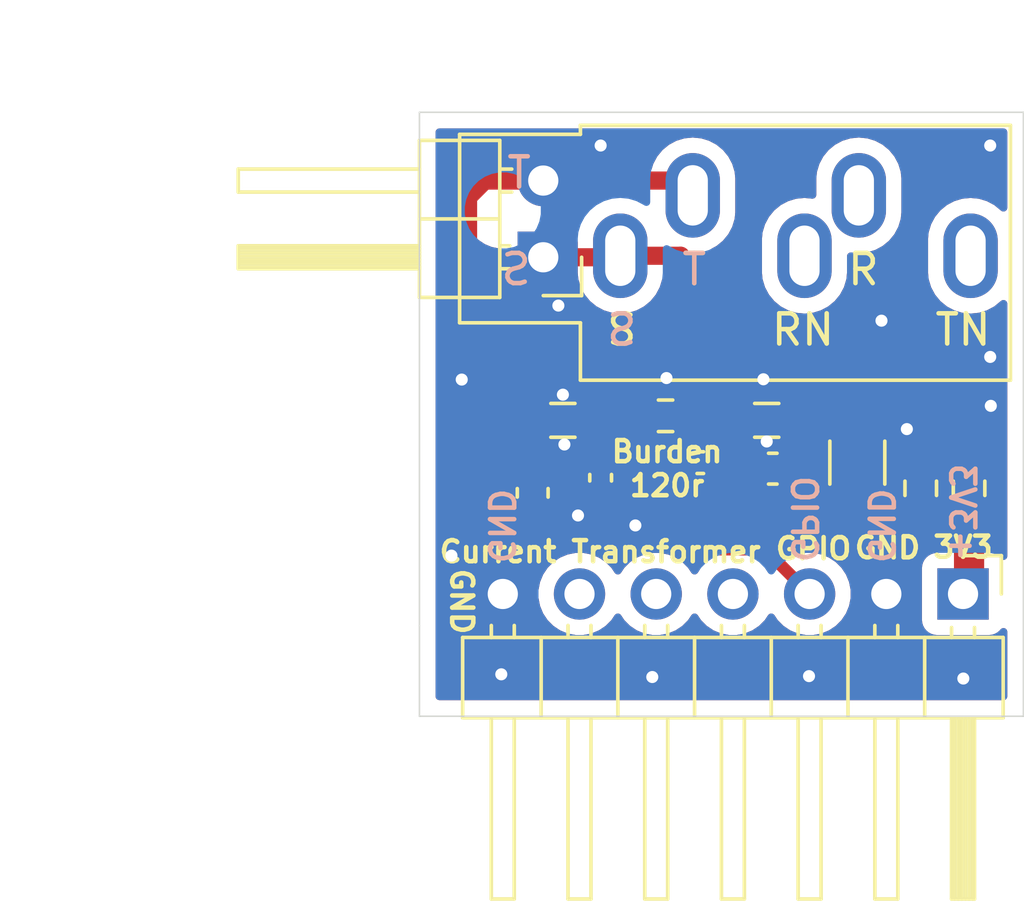
<source format=kicad_pcb>
(kicad_pcb (version 20171130) (host pcbnew "(5.1.8-0-10_14)")

  (general
    (thickness 1.6)
    (drawings 26)
    (tracks 78)
    (zones 0)
    (modules 13)
    (nets 7)
  )

  (page A4)
  (layers
    (0 F.Cu signal)
    (31 B.Cu signal)
    (32 B.Adhes user)
    (33 F.Adhes user)
    (34 B.Paste user hide)
    (35 F.Paste user hide)
    (36 B.SilkS user)
    (37 F.SilkS user)
    (38 B.Mask user)
    (39 F.Mask user hide)
    (40 Dwgs.User user)
    (41 Cmts.User user)
    (42 Eco1.User user)
    (43 Eco2.User user)
    (44 Edge.Cuts user)
    (45 Margin user)
    (46 B.CrtYd user)
    (47 F.CrtYd user)
    (48 B.Fab user)
    (49 F.Fab user)
  )

  (setup
    (last_trace_width 0.6)
    (user_trace_width 0.4)
    (user_trace_width 0.6)
    (user_trace_width 1)
    (trace_clearance 0.2)
    (zone_clearance 0.508)
    (zone_45_only no)
    (trace_min 0.2)
    (via_size 0.8)
    (via_drill 0.4)
    (via_min_size 0.4)
    (via_min_drill 0.3)
    (uvia_size 0.3)
    (uvia_drill 0.1)
    (uvias_allowed no)
    (uvia_min_size 0.2)
    (uvia_min_drill 0.1)
    (edge_width 0.05)
    (segment_width 0.2)
    (pcb_text_width 0.3)
    (pcb_text_size 1.5 1.5)
    (mod_edge_width 0.12)
    (mod_text_size 1 1)
    (mod_text_width 0.15)
    (pad_size 1.524 1.524)
    (pad_drill 0.762)
    (pad_to_mask_clearance 0)
    (aux_axis_origin 0 0)
    (visible_elements FFFFFF7F)
    (pcbplotparams
      (layerselection 0x010f0_ffffffff)
      (usegerberextensions false)
      (usegerberattributes true)
      (usegerberadvancedattributes true)
      (creategerberjobfile true)
      (excludeedgelayer false)
      (linewidth 0.100000)
      (plotframeref false)
      (viasonmask false)
      (mode 1)
      (useauxorigin false)
      (hpglpennumber 1)
      (hpglpenspeed 20)
      (hpglpendiameter 15.000000)
      (psnegative false)
      (psa4output false)
      (plotreference true)
      (plotvalue true)
      (plotinvisibletext false)
      (padsonsilk false)
      (subtractmaskfromsilk false)
      (outputformat 1)
      (mirror false)
      (drillshape 0)
      (scaleselection 1)
      (outputdirectory "assembly"))
  )

  (net 0 "")
  (net 1 GND)
  (net 2 "Net-(C101-Pad1)")
  (net 3 /GPIO)
  (net 4 +3V3)
  (net 5 "Net-(C104-Pad1)")
  (net 6 "Net-(C105-Pad1)")

  (net_class Default "This is the default net class."
    (clearance 0.2)
    (trace_width 0.25)
    (via_dia 0.8)
    (via_drill 0.4)
    (uvia_dia 0.3)
    (uvia_drill 0.1)
    (add_net +3V3)
    (add_net /GPIO)
    (add_net GND)
    (add_net "Net-(C101-Pad1)")
    (add_net "Net-(C104-Pad1)")
    (add_net "Net-(C105-Pad1)")
  )

  (module Connector_PinHeader_2.54mm:PinHeader_1x02_P2.54mm_Horizontal (layer F.Cu) (tedit 59FED5CB) (tstamp 5FB9F32B)
    (at 152.1 77.8 180)
    (descr "Through hole angled pin header, 1x02, 2.54mm pitch, 6mm pin length, single row")
    (tags "Through hole angled pin header THT 1x02 2.54mm single row")
    (path /5FC08111)
    (fp_text reference J103 (at 4.385 -2.27) (layer F.SilkS) hide
      (effects (font (size 1 1) (thickness 0.15)))
    )
    (fp_text value Conn_01x02 (at 4.385 4.81) (layer F.Fab) hide
      (effects (font (size 1 1) (thickness 0.15)))
    )
    (fp_line (start 10.55 -1.8) (end -1.8 -1.8) (layer F.CrtYd) (width 0.05))
    (fp_line (start 10.55 4.35) (end 10.55 -1.8) (layer F.CrtYd) (width 0.05))
    (fp_line (start -1.8 4.35) (end 10.55 4.35) (layer F.CrtYd) (width 0.05))
    (fp_line (start -1.8 -1.8) (end -1.8 4.35) (layer F.CrtYd) (width 0.05))
    (fp_line (start -1.27 -1.27) (end 0 -1.27) (layer F.SilkS) (width 0.12))
    (fp_line (start -1.27 0) (end -1.27 -1.27) (layer F.SilkS) (width 0.12))
    (fp_line (start 1.042929 2.92) (end 1.44 2.92) (layer F.SilkS) (width 0.12))
    (fp_line (start 1.042929 2.16) (end 1.44 2.16) (layer F.SilkS) (width 0.12))
    (fp_line (start 10.1 2.92) (end 4.1 2.92) (layer F.SilkS) (width 0.12))
    (fp_line (start 10.1 2.16) (end 10.1 2.92) (layer F.SilkS) (width 0.12))
    (fp_line (start 4.1 2.16) (end 10.1 2.16) (layer F.SilkS) (width 0.12))
    (fp_line (start 1.44 1.27) (end 4.1 1.27) (layer F.SilkS) (width 0.12))
    (fp_line (start 1.11 0.38) (end 1.44 0.38) (layer F.SilkS) (width 0.12))
    (fp_line (start 1.11 -0.38) (end 1.44 -0.38) (layer F.SilkS) (width 0.12))
    (fp_line (start 4.1 0.28) (end 10.1 0.28) (layer F.SilkS) (width 0.12))
    (fp_line (start 4.1 0.16) (end 10.1 0.16) (layer F.SilkS) (width 0.12))
    (fp_line (start 4.1 0.04) (end 10.1 0.04) (layer F.SilkS) (width 0.12))
    (fp_line (start 4.1 -0.08) (end 10.1 -0.08) (layer F.SilkS) (width 0.12))
    (fp_line (start 4.1 -0.2) (end 10.1 -0.2) (layer F.SilkS) (width 0.12))
    (fp_line (start 4.1 -0.32) (end 10.1 -0.32) (layer F.SilkS) (width 0.12))
    (fp_line (start 10.1 0.38) (end 4.1 0.38) (layer F.SilkS) (width 0.12))
    (fp_line (start 10.1 -0.38) (end 10.1 0.38) (layer F.SilkS) (width 0.12))
    (fp_line (start 4.1 -0.38) (end 10.1 -0.38) (layer F.SilkS) (width 0.12))
    (fp_line (start 4.1 -1.33) (end 1.44 -1.33) (layer F.SilkS) (width 0.12))
    (fp_line (start 4.1 3.87) (end 4.1 -1.33) (layer F.SilkS) (width 0.12))
    (fp_line (start 1.44 3.87) (end 4.1 3.87) (layer F.SilkS) (width 0.12))
    (fp_line (start 1.44 -1.33) (end 1.44 3.87) (layer F.SilkS) (width 0.12))
    (fp_line (start 4.04 2.86) (end 10.04 2.86) (layer F.Fab) (width 0.1))
    (fp_line (start 10.04 2.22) (end 10.04 2.86) (layer F.Fab) (width 0.1))
    (fp_line (start 4.04 2.22) (end 10.04 2.22) (layer F.Fab) (width 0.1))
    (fp_line (start -0.32 2.86) (end 1.5 2.86) (layer F.Fab) (width 0.1))
    (fp_line (start -0.32 2.22) (end -0.32 2.86) (layer F.Fab) (width 0.1))
    (fp_line (start -0.32 2.22) (end 1.5 2.22) (layer F.Fab) (width 0.1))
    (fp_line (start 4.04 0.32) (end 10.04 0.32) (layer F.Fab) (width 0.1))
    (fp_line (start 10.04 -0.32) (end 10.04 0.32) (layer F.Fab) (width 0.1))
    (fp_line (start 4.04 -0.32) (end 10.04 -0.32) (layer F.Fab) (width 0.1))
    (fp_line (start -0.32 0.32) (end 1.5 0.32) (layer F.Fab) (width 0.1))
    (fp_line (start -0.32 -0.32) (end -0.32 0.32) (layer F.Fab) (width 0.1))
    (fp_line (start -0.32 -0.32) (end 1.5 -0.32) (layer F.Fab) (width 0.1))
    (fp_line (start 1.5 -0.635) (end 2.135 -1.27) (layer F.Fab) (width 0.1))
    (fp_line (start 1.5 3.81) (end 1.5 -0.635) (layer F.Fab) (width 0.1))
    (fp_line (start 4.04 3.81) (end 1.5 3.81) (layer F.Fab) (width 0.1))
    (fp_line (start 4.04 -1.27) (end 4.04 3.81) (layer F.Fab) (width 0.1))
    (fp_line (start 2.135 -1.27) (end 4.04 -1.27) (layer F.Fab) (width 0.1))
    (fp_text user %R (at 2.77 1.27 90) (layer F.Fab) hide
      (effects (font (size 1 1) (thickness 0.15)))
    )
    (pad 2 thru_hole oval (at 0 2.54 180) (size 1.7 1.7) (drill 1) (layers *.Cu *.Mask)
      (net 5 "Net-(C104-Pad1)"))
    (pad 1 thru_hole rect (at 0 0 180) (size 1.7 1.7) (drill 1) (layers *.Cu *.Mask)
      (net 6 "Net-(C105-Pad1)"))
    (model ${KISYS3DMOD}/Connector_PinHeader_2.54mm.3dshapes/PinHeader_1x02_P2.54mm_Horizontal.wrl
      (at (xyz 0 0 0))
      (scale (xyz 1 1 1))
      (rotate (xyz 0 0 0))
    )
  )

  (module Inductor_SMD:L_0805_2012Metric (layer F.Cu) (tedit 5F68FEF0) (tstamp 5FB922EA)
    (at 159.5 83.2 180)
    (descr "Inductor SMD 0805 (2012 Metric), square (rectangular) end terminal, IPC_7351 nominal, (Body size source: IPC-SM-782 page 80, https://www.pcb-3d.com/wordpress/wp-content/uploads/ipc-sm-782a_amendment_1_and_2.pdf), generated with kicad-footprint-generator")
    (tags inductor)
    (path /5FBC4BEC)
    (attr smd)
    (fp_text reference FB102 (at 0 -1.55) (layer F.SilkS) hide
      (effects (font (size 1 1) (thickness 0.15)))
    )
    (fp_text value GZ2012D101TF (at 0 1.55) (layer F.Fab) hide
      (effects (font (size 1 1) (thickness 0.15)))
    )
    (fp_line (start -1 0.45) (end -1 -0.45) (layer F.Fab) (width 0.1))
    (fp_line (start -1 -0.45) (end 1 -0.45) (layer F.Fab) (width 0.1))
    (fp_line (start 1 -0.45) (end 1 0.45) (layer F.Fab) (width 0.1))
    (fp_line (start 1 0.45) (end -1 0.45) (layer F.Fab) (width 0.1))
    (fp_line (start -0.399622 -0.56) (end 0.399622 -0.56) (layer F.SilkS) (width 0.12))
    (fp_line (start -0.399622 0.56) (end 0.399622 0.56) (layer F.SilkS) (width 0.12))
    (fp_line (start -1.75 0.85) (end -1.75 -0.85) (layer F.CrtYd) (width 0.05))
    (fp_line (start -1.75 -0.85) (end 1.75 -0.85) (layer F.CrtYd) (width 0.05))
    (fp_line (start 1.75 -0.85) (end 1.75 0.85) (layer F.CrtYd) (width 0.05))
    (fp_line (start 1.75 0.85) (end -1.75 0.85) (layer F.CrtYd) (width 0.05))
    (fp_text user %R (at 0 0) (layer F.Fab) hide
      (effects (font (size 0.5 0.5) (thickness 0.08)))
    )
    (pad 2 smd roundrect (at 1.0625 0 180) (size 0.875 1.2) (layers F.Cu F.Paste F.Mask) (roundrect_rratio 0.25)
      (net 2 "Net-(C101-Pad1)"))
    (pad 1 smd roundrect (at -1.0625 0 180) (size 0.875 1.2) (layers F.Cu F.Paste F.Mask) (roundrect_rratio 0.25)
      (net 6 "Net-(C105-Pad1)"))
    (model ${KISYS3DMOD}/Inductor_SMD.3dshapes/L_0805_2012Metric.wrl
      (at (xyz 0 0 0))
      (scale (xyz 1 1 1))
      (rotate (xyz 0 0 0))
    )
  )

  (module Inductor_SMD:L_0805_2012Metric (layer F.Cu) (tedit 5F68FEF0) (tstamp 5FB922D9)
    (at 152.75 83.2)
    (descr "Inductor SMD 0805 (2012 Metric), square (rectangular) end terminal, IPC_7351 nominal, (Body size source: IPC-SM-782 page 80, https://www.pcb-3d.com/wordpress/wp-content/uploads/ipc-sm-782a_amendment_1_and_2.pdf), generated with kicad-footprint-generator")
    (tags inductor)
    (path /5FB238AD)
    (attr smd)
    (fp_text reference FB101 (at 0 -1.55) (layer F.SilkS) hide
      (effects (font (size 1 1) (thickness 0.15)))
    )
    (fp_text value GZ2012D101TF (at 0 1.55) (layer F.Fab) hide
      (effects (font (size 1 1) (thickness 0.15)))
    )
    (fp_line (start -1 0.45) (end -1 -0.45) (layer F.Fab) (width 0.1))
    (fp_line (start -1 -0.45) (end 1 -0.45) (layer F.Fab) (width 0.1))
    (fp_line (start 1 -0.45) (end 1 0.45) (layer F.Fab) (width 0.1))
    (fp_line (start 1 0.45) (end -1 0.45) (layer F.Fab) (width 0.1))
    (fp_line (start -0.399622 -0.56) (end 0.399622 -0.56) (layer F.SilkS) (width 0.12))
    (fp_line (start -0.399622 0.56) (end 0.399622 0.56) (layer F.SilkS) (width 0.12))
    (fp_line (start -1.75 0.85) (end -1.75 -0.85) (layer F.CrtYd) (width 0.05))
    (fp_line (start -1.75 -0.85) (end 1.75 -0.85) (layer F.CrtYd) (width 0.05))
    (fp_line (start 1.75 -0.85) (end 1.75 0.85) (layer F.CrtYd) (width 0.05))
    (fp_line (start 1.75 0.85) (end -1.75 0.85) (layer F.CrtYd) (width 0.05))
    (fp_text user %R (at 0 0) (layer F.Fab) hide
      (effects (font (size 0.5 0.5) (thickness 0.08)))
    )
    (pad 2 smd roundrect (at 1.0625 0) (size 0.875 1.2) (layers F.Cu F.Paste F.Mask) (roundrect_rratio 0.25)
      (net 3 /GPIO))
    (pad 1 smd roundrect (at -1.0625 0) (size 0.875 1.2) (layers F.Cu F.Paste F.Mask) (roundrect_rratio 0.25)
      (net 5 "Net-(C104-Pad1)"))
    (model ${KISYS3DMOD}/Inductor_SMD.3dshapes/L_0805_2012Metric.wrl
      (at (xyz 0 0 0))
      (scale (xyz 1 1 1))
      (rotate (xyz 0 0 0))
    )
  )

  (module Capacitor_SMD:C_0603_1608Metric (layer F.Cu) (tedit 5F68FEEE) (tstamp 5FB922C8)
    (at 159.7 84.8 180)
    (descr "Capacitor SMD 0603 (1608 Metric), square (rectangular) end terminal, IPC_7351 nominal, (Body size source: IPC-SM-782 page 76, https://www.pcb-3d.com/wordpress/wp-content/uploads/ipc-sm-782a_amendment_1_and_2.pdf), generated with kicad-footprint-generator")
    (tags capacitor)
    (path /5FBC4BE3)
    (attr smd)
    (fp_text reference C105 (at 0 -1.43) (layer F.SilkS) hide
      (effects (font (size 1 1) (thickness 0.15)))
    )
    (fp_text value 33pF/50V (at 0 1.43) (layer F.Fab) hide
      (effects (font (size 1 1) (thickness 0.15)))
    )
    (fp_line (start -0.8 0.4) (end -0.8 -0.4) (layer F.Fab) (width 0.1))
    (fp_line (start -0.8 -0.4) (end 0.8 -0.4) (layer F.Fab) (width 0.1))
    (fp_line (start 0.8 -0.4) (end 0.8 0.4) (layer F.Fab) (width 0.1))
    (fp_line (start 0.8 0.4) (end -0.8 0.4) (layer F.Fab) (width 0.1))
    (fp_line (start -0.14058 -0.51) (end 0.14058 -0.51) (layer F.SilkS) (width 0.12))
    (fp_line (start -0.14058 0.51) (end 0.14058 0.51) (layer F.SilkS) (width 0.12))
    (fp_line (start -1.48 0.73) (end -1.48 -0.73) (layer F.CrtYd) (width 0.05))
    (fp_line (start -1.48 -0.73) (end 1.48 -0.73) (layer F.CrtYd) (width 0.05))
    (fp_line (start 1.48 -0.73) (end 1.48 0.73) (layer F.CrtYd) (width 0.05))
    (fp_line (start 1.48 0.73) (end -1.48 0.73) (layer F.CrtYd) (width 0.05))
    (fp_text user %R (at 0 0) (layer F.Fab) hide
      (effects (font (size 0.4 0.4) (thickness 0.06)))
    )
    (pad 2 smd roundrect (at 0.775 0 180) (size 0.9 0.95) (layers F.Cu F.Paste F.Mask) (roundrect_rratio 0.25)
      (net 1 GND))
    (pad 1 smd roundrect (at -0.775 0 180) (size 0.9 0.95) (layers F.Cu F.Paste F.Mask) (roundrect_rratio 0.25)
      (net 6 "Net-(C105-Pad1)"))
    (model ${KISYS3DMOD}/Capacitor_SMD.3dshapes/C_0603_1608Metric.wrl
      (at (xyz 0 0 0))
      (scale (xyz 1 1 1))
      (rotate (xyz 0 0 0))
    )
  )

  (module Capacitor_SMD:C_0603_1608Metric (layer F.Cu) (tedit 5F68FEEE) (tstamp 5FB922B7)
    (at 151.75 85.6 270)
    (descr "Capacitor SMD 0603 (1608 Metric), square (rectangular) end terminal, IPC_7351 nominal, (Body size source: IPC-SM-782 page 76, https://www.pcb-3d.com/wordpress/wp-content/uploads/ipc-sm-782a_amendment_1_and_2.pdf), generated with kicad-footprint-generator")
    (tags capacitor)
    (path /5FB238A2)
    (attr smd)
    (fp_text reference C104 (at 0 -1.43 90) (layer F.SilkS) hide
      (effects (font (size 1 1) (thickness 0.15)))
    )
    (fp_text value 33pF/50V (at 0 1.43 90) (layer F.Fab) hide
      (effects (font (size 1 1) (thickness 0.15)))
    )
    (fp_line (start -0.8 0.4) (end -0.8 -0.4) (layer F.Fab) (width 0.1))
    (fp_line (start -0.8 -0.4) (end 0.8 -0.4) (layer F.Fab) (width 0.1))
    (fp_line (start 0.8 -0.4) (end 0.8 0.4) (layer F.Fab) (width 0.1))
    (fp_line (start 0.8 0.4) (end -0.8 0.4) (layer F.Fab) (width 0.1))
    (fp_line (start -0.14058 -0.51) (end 0.14058 -0.51) (layer F.SilkS) (width 0.12))
    (fp_line (start -0.14058 0.51) (end 0.14058 0.51) (layer F.SilkS) (width 0.12))
    (fp_line (start -1.48 0.73) (end -1.48 -0.73) (layer F.CrtYd) (width 0.05))
    (fp_line (start -1.48 -0.73) (end 1.48 -0.73) (layer F.CrtYd) (width 0.05))
    (fp_line (start 1.48 -0.73) (end 1.48 0.73) (layer F.CrtYd) (width 0.05))
    (fp_line (start 1.48 0.73) (end -1.48 0.73) (layer F.CrtYd) (width 0.05))
    (fp_text user %R (at 0 0 90) (layer F.Fab) hide
      (effects (font (size 0.4 0.4) (thickness 0.06)))
    )
    (pad 2 smd roundrect (at 0.775 0 270) (size 0.9 0.95) (layers F.Cu F.Paste F.Mask) (roundrect_rratio 0.25)
      (net 1 GND))
    (pad 1 smd roundrect (at -0.775 0 270) (size 0.9 0.95) (layers F.Cu F.Paste F.Mask) (roundrect_rratio 0.25)
      (net 5 "Net-(C104-Pad1)"))
    (model ${KISYS3DMOD}/Capacitor_SMD.3dshapes/C_0603_1608Metric.wrl
      (at (xyz 0 0 0))
      (scale (xyz 1 1 1))
      (rotate (xyz 0 0 0))
    )
  )

  (module Capacitor_SMD:C_0402_1005Metric (layer F.Cu) (tedit 5F68FEEE) (tstamp 5FB922A6)
    (at 154 85.1 270)
    (descr "Capacitor SMD 0402 (1005 Metric), square (rectangular) end terminal, IPC_7351 nominal, (Body size source: IPC-SM-782 page 76, https://www.pcb-3d.com/wordpress/wp-content/uploads/ipc-sm-782a_amendment_1_and_2.pdf), generated with kicad-footprint-generator")
    (tags capacitor)
    (path /5FB2389B)
    (attr smd)
    (fp_text reference C103 (at 0 -1.16 90) (layer F.SilkS) hide
      (effects (font (size 1 1) (thickness 0.15)))
    )
    (fp_text value 33pF (at 0 1.16 90) (layer F.Fab) hide
      (effects (font (size 1 1) (thickness 0.15)))
    )
    (fp_line (start -0.5 0.25) (end -0.5 -0.25) (layer F.Fab) (width 0.1))
    (fp_line (start -0.5 -0.25) (end 0.5 -0.25) (layer F.Fab) (width 0.1))
    (fp_line (start 0.5 -0.25) (end 0.5 0.25) (layer F.Fab) (width 0.1))
    (fp_line (start 0.5 0.25) (end -0.5 0.25) (layer F.Fab) (width 0.1))
    (fp_line (start -0.107836 -0.36) (end 0.107836 -0.36) (layer F.SilkS) (width 0.12))
    (fp_line (start -0.107836 0.36) (end 0.107836 0.36) (layer F.SilkS) (width 0.12))
    (fp_line (start -0.91 0.46) (end -0.91 -0.46) (layer F.CrtYd) (width 0.05))
    (fp_line (start -0.91 -0.46) (end 0.91 -0.46) (layer F.CrtYd) (width 0.05))
    (fp_line (start 0.91 -0.46) (end 0.91 0.46) (layer F.CrtYd) (width 0.05))
    (fp_line (start 0.91 0.46) (end -0.91 0.46) (layer F.CrtYd) (width 0.05))
    (fp_text user %R (at 0 0 90) (layer F.Fab) hide
      (effects (font (size 0.25 0.25) (thickness 0.04)))
    )
    (pad 2 smd roundrect (at 0.48 0 270) (size 0.56 0.62) (layers F.Cu F.Paste F.Mask) (roundrect_rratio 0.25)
      (net 1 GND))
    (pad 1 smd roundrect (at -0.48 0 270) (size 0.56 0.62) (layers F.Cu F.Paste F.Mask) (roundrect_rratio 0.25)
      (net 3 /GPIO))
    (model ${KISYS3DMOD}/Capacitor_SMD.3dshapes/C_0402_1005Metric.wrl
      (at (xyz 0 0 0))
      (scale (xyz 1 1 1))
      (rotate (xyz 0 0 0))
    )
  )

  (module Capacitor_SMD:C_0402_1005Metric (layer F.Cu) (tedit 5F68FEEE) (tstamp 5FB92295)
    (at 157.3 84.6 180)
    (descr "Capacitor SMD 0402 (1005 Metric), square (rectangular) end terminal, IPC_7351 nominal, (Body size source: IPC-SM-782 page 76, https://www.pcb-3d.com/wordpress/wp-content/uploads/ipc-sm-782a_amendment_1_and_2.pdf), generated with kicad-footprint-generator")
    (tags capacitor)
    (path /5FBC4BDC)
    (attr smd)
    (fp_text reference C102 (at 0 -1.16) (layer F.SilkS) hide
      (effects (font (size 1 1) (thickness 0.15)))
    )
    (fp_text value 33pF (at 0 1.16) (layer F.Fab) hide
      (effects (font (size 1 1) (thickness 0.15)))
    )
    (fp_line (start -0.5 0.25) (end -0.5 -0.25) (layer F.Fab) (width 0.1))
    (fp_line (start -0.5 -0.25) (end 0.5 -0.25) (layer F.Fab) (width 0.1))
    (fp_line (start 0.5 -0.25) (end 0.5 0.25) (layer F.Fab) (width 0.1))
    (fp_line (start 0.5 0.25) (end -0.5 0.25) (layer F.Fab) (width 0.1))
    (fp_line (start -0.107836 -0.36) (end 0.107836 -0.36) (layer F.SilkS) (width 0.12))
    (fp_line (start -0.107836 0.36) (end 0.107836 0.36) (layer F.SilkS) (width 0.12))
    (fp_line (start -0.91 0.46) (end -0.91 -0.46) (layer F.CrtYd) (width 0.05))
    (fp_line (start -0.91 -0.46) (end 0.91 -0.46) (layer F.CrtYd) (width 0.05))
    (fp_line (start 0.91 -0.46) (end 0.91 0.46) (layer F.CrtYd) (width 0.05))
    (fp_line (start 0.91 0.46) (end -0.91 0.46) (layer F.CrtYd) (width 0.05))
    (fp_text user %R (at 0 0) (layer F.Fab) hide
      (effects (font (size 0.25 0.25) (thickness 0.04)))
    )
    (pad 2 smd roundrect (at 0.48 0 180) (size 0.56 0.62) (layers F.Cu F.Paste F.Mask) (roundrect_rratio 0.25)
      (net 1 GND))
    (pad 1 smd roundrect (at -0.48 0 180) (size 0.56 0.62) (layers F.Cu F.Paste F.Mask) (roundrect_rratio 0.25)
      (net 2 "Net-(C101-Pad1)"))
    (model ${KISYS3DMOD}/Capacitor_SMD.3dshapes/C_0402_1005Metric.wrl
      (at (xyz 0 0 0))
      (scale (xyz 1 1 1))
      (rotate (xyz 0 0 0))
    )
  )

  (module Capacitor_SMD:C_1206_3216Metric (layer F.Cu) (tedit 5F68FEEE) (tstamp 5FB7E13B)
    (at 162.5 84.6 270)
    (descr "Capacitor SMD 1206 (3216 Metric), square (rectangular) end terminal, IPC_7351 nominal, (Body size source: IPC-SM-782 page 76, https://www.pcb-3d.com/wordpress/wp-content/uploads/ipc-sm-782a_amendment_1_and_2.pdf), generated with kicad-footprint-generator")
    (tags capacitor)
    (path /5FB6F307)
    (attr smd)
    (fp_text reference C101 (at 0 -1.85 90) (layer F.SilkS) hide
      (effects (font (size 1 1) (thickness 0.15)))
    )
    (fp_text value 10uf/50V (at 0 1.85 90) (layer F.Fab) hide
      (effects (font (size 1 1) (thickness 0.15)))
    )
    (fp_line (start -1.6 0.8) (end -1.6 -0.8) (layer F.Fab) (width 0.1))
    (fp_line (start -1.6 -0.8) (end 1.6 -0.8) (layer F.Fab) (width 0.1))
    (fp_line (start 1.6 -0.8) (end 1.6 0.8) (layer F.Fab) (width 0.1))
    (fp_line (start 1.6 0.8) (end -1.6 0.8) (layer F.Fab) (width 0.1))
    (fp_line (start -0.711252 -0.91) (end 0.711252 -0.91) (layer F.SilkS) (width 0.12))
    (fp_line (start -0.711252 0.91) (end 0.711252 0.91) (layer F.SilkS) (width 0.12))
    (fp_line (start -2.3 1.15) (end -2.3 -1.15) (layer F.CrtYd) (width 0.05))
    (fp_line (start -2.3 -1.15) (end 2.3 -1.15) (layer F.CrtYd) (width 0.05))
    (fp_line (start 2.3 -1.15) (end 2.3 1.15) (layer F.CrtYd) (width 0.05))
    (fp_line (start 2.3 1.15) (end -2.3 1.15) (layer F.CrtYd) (width 0.05))
    (fp_text user %R (at 0 0 90) (layer F.Fab) hide
      (effects (font (size 0.8 0.8) (thickness 0.12)))
    )
    (pad 2 smd roundrect (at 1.475 0 270) (size 1.15 1.8) (layers F.Cu F.Paste F.Mask) (roundrect_rratio 0.217391)
      (net 1 GND))
    (pad 1 smd roundrect (at -1.475 0 270) (size 1.15 1.8) (layers F.Cu F.Paste F.Mask) (roundrect_rratio 0.217391)
      (net 2 "Net-(C101-Pad1)"))
    (model ${KISYS3DMOD}/Capacitor_SMD.3dshapes/C_1206_3216Metric.wrl
      (at (xyz 0 0 0))
      (scale (xyz 1 1 1))
      (rotate (xyz 0 0 0))
    )
  )

  (module Resistor_SMD:R_0603_1608Metric (layer F.Cu) (tedit 5F68FEEE) (tstamp 5FB7E200)
    (at 164.6 85.45 270)
    (descr "Resistor SMD 0603 (1608 Metric), square (rectangular) end terminal, IPC_7351 nominal, (Body size source: IPC-SM-782 page 72, https://www.pcb-3d.com/wordpress/wp-content/uploads/ipc-sm-782a_amendment_1_and_2.pdf), generated with kicad-footprint-generator")
    (tags resistor)
    (path /5FB6DEF0)
    (attr smd)
    (fp_text reference R103 (at 0 -1.43 90) (layer F.SilkS) hide
      (effects (font (size 1 1) (thickness 0.15)))
    )
    (fp_text value 10k (at 0 1.43 90) (layer F.Fab) hide
      (effects (font (size 1 1) (thickness 0.15)))
    )
    (fp_line (start 1.48 0.73) (end -1.48 0.73) (layer F.CrtYd) (width 0.05))
    (fp_line (start 1.48 -0.73) (end 1.48 0.73) (layer F.CrtYd) (width 0.05))
    (fp_line (start -1.48 -0.73) (end 1.48 -0.73) (layer F.CrtYd) (width 0.05))
    (fp_line (start -1.48 0.73) (end -1.48 -0.73) (layer F.CrtYd) (width 0.05))
    (fp_line (start -0.237258 0.5225) (end 0.237258 0.5225) (layer F.SilkS) (width 0.12))
    (fp_line (start -0.237258 -0.5225) (end 0.237258 -0.5225) (layer F.SilkS) (width 0.12))
    (fp_line (start 0.8 0.4125) (end -0.8 0.4125) (layer F.Fab) (width 0.1))
    (fp_line (start 0.8 -0.4125) (end 0.8 0.4125) (layer F.Fab) (width 0.1))
    (fp_line (start -0.8 -0.4125) (end 0.8 -0.4125) (layer F.Fab) (width 0.1))
    (fp_line (start -0.8 0.4125) (end -0.8 -0.4125) (layer F.Fab) (width 0.1))
    (fp_text user %R (at 0 0 90) (layer F.Fab) hide
      (effects (font (size 0.4 0.4) (thickness 0.06)))
    )
    (pad 2 smd roundrect (at 0.825 0 270) (size 0.8 0.95) (layers F.Cu F.Paste F.Mask) (roundrect_rratio 0.25)
      (net 1 GND))
    (pad 1 smd roundrect (at -0.825 0 270) (size 0.8 0.95) (layers F.Cu F.Paste F.Mask) (roundrect_rratio 0.25)
      (net 2 "Net-(C101-Pad1)"))
    (model ${KISYS3DMOD}/Resistor_SMD.3dshapes/R_0603_1608Metric.wrl
      (at (xyz 0 0 0))
      (scale (xyz 1 1 1))
      (rotate (xyz 0 0 0))
    )
  )

  (module Resistor_SMD:R_0603_1608Metric (layer F.Cu) (tedit 5F68FEEE) (tstamp 5FB927DC)
    (at 166.2 85.45 90)
    (descr "Resistor SMD 0603 (1608 Metric), square (rectangular) end terminal, IPC_7351 nominal, (Body size source: IPC-SM-782 page 72, https://www.pcb-3d.com/wordpress/wp-content/uploads/ipc-sm-782a_amendment_1_and_2.pdf), generated with kicad-footprint-generator")
    (tags resistor)
    (path /5FB6D70C)
    (attr smd)
    (fp_text reference R102 (at 0 -1.43 90) (layer F.SilkS) hide
      (effects (font (size 1 1) (thickness 0.15)))
    )
    (fp_text value 10k (at 0 1.43 90) (layer F.Fab) hide
      (effects (font (size 1 1) (thickness 0.15)))
    )
    (fp_line (start 1.48 0.73) (end -1.48 0.73) (layer F.CrtYd) (width 0.05))
    (fp_line (start 1.48 -0.73) (end 1.48 0.73) (layer F.CrtYd) (width 0.05))
    (fp_line (start -1.48 -0.73) (end 1.48 -0.73) (layer F.CrtYd) (width 0.05))
    (fp_line (start -1.48 0.73) (end -1.48 -0.73) (layer F.CrtYd) (width 0.05))
    (fp_line (start -0.237258 0.5225) (end 0.237258 0.5225) (layer F.SilkS) (width 0.12))
    (fp_line (start -0.237258 -0.5225) (end 0.237258 -0.5225) (layer F.SilkS) (width 0.12))
    (fp_line (start 0.8 0.4125) (end -0.8 0.4125) (layer F.Fab) (width 0.1))
    (fp_line (start 0.8 -0.4125) (end 0.8 0.4125) (layer F.Fab) (width 0.1))
    (fp_line (start -0.8 -0.4125) (end 0.8 -0.4125) (layer F.Fab) (width 0.1))
    (fp_line (start -0.8 0.4125) (end -0.8 -0.4125) (layer F.Fab) (width 0.1))
    (fp_text user %R (at 0 0 90) (layer F.Fab) hide
      (effects (font (size 0.4 0.4) (thickness 0.06)))
    )
    (pad 2 smd roundrect (at 0.825 0 90) (size 0.8 0.95) (layers F.Cu F.Paste F.Mask) (roundrect_rratio 0.25)
      (net 2 "Net-(C101-Pad1)"))
    (pad 1 smd roundrect (at -0.825 0 90) (size 0.8 0.95) (layers F.Cu F.Paste F.Mask) (roundrect_rratio 0.25)
      (net 4 +3V3))
    (model ${KISYS3DMOD}/Resistor_SMD.3dshapes/R_0603_1608Metric.wrl
      (at (xyz 0 0 0))
      (scale (xyz 1 1 1))
      (rotate (xyz 0 0 0))
    )
  )

  (module Resistor_SMD:R_0603_1608Metric (layer F.Cu) (tedit 5F68FEEE) (tstamp 5FB9362B)
    (at 156.15 83.05)
    (descr "Resistor SMD 0603 (1608 Metric), square (rectangular) end terminal, IPC_7351 nominal, (Body size source: IPC-SM-782 page 72, https://www.pcb-3d.com/wordpress/wp-content/uploads/ipc-sm-782a_amendment_1_and_2.pdf), generated with kicad-footprint-generator")
    (tags resistor)
    (path /5FB6C641)
    (attr smd)
    (fp_text reference R101 (at 0 -1.43) (layer F.SilkS) hide
      (effects (font (size 1 1) (thickness 0.15)))
    )
    (fp_text value 120 (at 0 1.43) (layer F.Fab) hide
      (effects (font (size 1 1) (thickness 0.15)))
    )
    (fp_line (start 1.48 0.73) (end -1.48 0.73) (layer F.CrtYd) (width 0.05))
    (fp_line (start 1.48 -0.73) (end 1.48 0.73) (layer F.CrtYd) (width 0.05))
    (fp_line (start -1.48 -0.73) (end 1.48 -0.73) (layer F.CrtYd) (width 0.05))
    (fp_line (start -1.48 0.73) (end -1.48 -0.73) (layer F.CrtYd) (width 0.05))
    (fp_line (start -0.237258 0.5225) (end 0.237258 0.5225) (layer F.SilkS) (width 0.12))
    (fp_line (start -0.237258 -0.5225) (end 0.237258 -0.5225) (layer F.SilkS) (width 0.12))
    (fp_line (start 0.8 0.4125) (end -0.8 0.4125) (layer F.Fab) (width 0.1))
    (fp_line (start 0.8 -0.4125) (end 0.8 0.4125) (layer F.Fab) (width 0.1))
    (fp_line (start -0.8 -0.4125) (end 0.8 -0.4125) (layer F.Fab) (width 0.1))
    (fp_line (start -0.8 0.4125) (end -0.8 -0.4125) (layer F.Fab) (width 0.1))
    (fp_text user %R (at 0 0) (layer F.Fab) hide
      (effects (font (size 0.4 0.4) (thickness 0.06)))
    )
    (pad 2 smd roundrect (at 0.825 0) (size 0.8 0.95) (layers F.Cu F.Paste F.Mask) (roundrect_rratio 0.25)
      (net 2 "Net-(C101-Pad1)"))
    (pad 1 smd roundrect (at -0.825 0) (size 0.8 0.95) (layers F.Cu F.Paste F.Mask) (roundrect_rratio 0.25)
      (net 3 /GPIO))
    (model ${KISYS3DMOD}/Resistor_SMD.3dshapes/R_0603_1608Metric.wrl
      (at (xyz 0 0 0))
      (scale (xyz 1 1 1))
      (rotate (xyz 0 0 0))
    )
  )

  (module Connector_Audio:Jack_3.5mm_CUI_SJ1-3535NG_Horizontal (layer F.Cu) (tedit 5C301453) (tstamp 5FB7E1CD)
    (at 154.65 77.75 90)
    (descr "TRS 3.5mm, horizontal, through-hole, with switch, https://www.cui.com/product/resource/sj1-353xng.pdf")
    (tags "TRS audio jack stereo horizontal")
    (path /5FB6AAD4)
    (fp_text reference J102 (at 0.1 -6.45 90) (layer F.SilkS) hide
      (effects (font (size 1 1) (thickness 0.15)))
    )
    (fp_text value AudioJack3 (at 0.1 14.05 90) (layer F.Fab) hide
      (effects (font (size 1 1) (thickness 0.15)))
    )
    (fp_line (start 4.7 -5.7) (end -4.5 -5.7) (layer F.CrtYd) (width 0.05))
    (fp_line (start 4.7 13.3) (end 4.7 -5.7) (layer F.CrtYd) (width 0.05))
    (fp_line (start -4.5 13.3) (end 4.7 13.3) (layer F.CrtYd) (width 0.05))
    (fp_line (start -4.5 -5.7) (end -4.5 13.3) (layer F.CrtYd) (width 0.05))
    (fp_line (start -2.22 -1.32) (end -2.22 -5.32) (layer F.SilkS) (width 0.12))
    (fp_line (start -4.12 -1.32) (end -2.22 -1.32) (layer F.SilkS) (width 0.12))
    (fp_line (start -4.12 12.92) (end -4.12 -1.32) (layer F.SilkS) (width 0.12))
    (fp_line (start 4.32 12.92) (end -4.12 12.92) (layer F.SilkS) (width 0.12))
    (fp_line (start 4.32 -1.32) (end 4.32 12.92) (layer F.SilkS) (width 0.12))
    (fp_line (start 4.02 -1.32) (end 4.32 -1.32) (layer F.SilkS) (width 0.12))
    (fp_line (start 4.02 -5.32) (end 4.02 -1.32) (layer F.SilkS) (width 0.12))
    (fp_line (start -2.22 -5.32) (end 4.02 -5.32) (layer F.SilkS) (width 0.12))
    (fp_line (start -2.1 -1.2) (end -2.1 -5.2) (layer F.Fab) (width 0.1))
    (fp_line (start -4 -1.2) (end -2.1 -1.2) (layer F.Fab) (width 0.1))
    (fp_line (start -4 12.8) (end -4 -1.2) (layer F.Fab) (width 0.1))
    (fp_line (start 4.2 12.8) (end -4 12.8) (layer F.Fab) (width 0.1))
    (fp_line (start 4.2 -1.2) (end 4.2 12.8) (layer F.Fab) (width 0.1))
    (fp_line (start 3.9 -1.2) (end 4.2 -1.2) (layer F.Fab) (width 0.1))
    (fp_line (start 3.9 -5.2) (end 3.9 -1.2) (layer F.Fab) (width 0.1))
    (fp_line (start -2.1 -5.2) (end 3.9 -5.2) (layer F.Fab) (width 0.1))
    (fp_text user %R (at 0.1 3.8 90) (layer F.Fab) hide
      (effects (font (size 1 1) (thickness 0.15)))
    )
    (pad RN thru_hole oval (at 0 6.1 90) (size 2.8 1.8) (drill oval 2 1) (layers *.Cu *.Mask))
    (pad TN thru_hole oval (at 0 11.6 90) (size 2.8 1.8) (drill oval 2 1) (layers *.Cu *.Mask))
    (pad R thru_hole oval (at 2 7.9 90) (size 2.8 1.8) (drill oval 2 1) (layers *.Cu *.Mask))
    (pad T thru_hole oval (at 2 2.4 90) (size 2.8 1.8) (drill oval 2 1) (layers *.Cu *.Mask)
      (net 5 "Net-(C104-Pad1)"))
    (pad S thru_hole oval (at 0 0 90) (size 2.8 1.8) (drill oval 2 1) (layers *.Cu *.Mask)
      (net 6 "Net-(C105-Pad1)"))
    (model ${KISYS3DMOD}/Connector_Audio.3dshapes/Jack_3.5mm_CUI_SJ1-3535NG_Horizontal.wrl
      (at (xyz 0 0 0))
      (scale (xyz 1 1 1))
      (rotate (xyz 0 0 0))
    )
  )

  (module Connector_PinHeader_2.54mm:PinHeader_1x07_P2.54mm_Horizontal (layer F.Cu) (tedit 59FED5CB) (tstamp 5FB7E1AF)
    (at 166 88.95 270)
    (descr "Through hole angled pin header, 1x07, 2.54mm pitch, 6mm pin length, single row")
    (tags "Through hole angled pin header THT 1x07 2.54mm single row")
    (path /5FB72775)
    (fp_text reference J101 (at 4.385 -2.27 90) (layer F.SilkS) hide
      (effects (font (size 1 1) (thickness 0.15)))
    )
    (fp_text value Interface (at 4.385 17.51 90) (layer F.Fab) hide
      (effects (font (size 1 1) (thickness 0.15)))
    )
    (fp_line (start 10.55 -1.8) (end -1.8 -1.8) (layer F.CrtYd) (width 0.05))
    (fp_line (start 10.55 17.05) (end 10.55 -1.8) (layer F.CrtYd) (width 0.05))
    (fp_line (start -1.8 17.05) (end 10.55 17.05) (layer F.CrtYd) (width 0.05))
    (fp_line (start -1.8 -1.8) (end -1.8 17.05) (layer F.CrtYd) (width 0.05))
    (fp_line (start -1.27 -1.27) (end 0 -1.27) (layer F.SilkS) (width 0.12))
    (fp_line (start -1.27 0) (end -1.27 -1.27) (layer F.SilkS) (width 0.12))
    (fp_line (start 1.042929 15.62) (end 1.44 15.62) (layer F.SilkS) (width 0.12))
    (fp_line (start 1.042929 14.86) (end 1.44 14.86) (layer F.SilkS) (width 0.12))
    (fp_line (start 10.1 15.62) (end 4.1 15.62) (layer F.SilkS) (width 0.12))
    (fp_line (start 10.1 14.86) (end 10.1 15.62) (layer F.SilkS) (width 0.12))
    (fp_line (start 4.1 14.86) (end 10.1 14.86) (layer F.SilkS) (width 0.12))
    (fp_line (start 1.44 13.97) (end 4.1 13.97) (layer F.SilkS) (width 0.12))
    (fp_line (start 1.042929 13.08) (end 1.44 13.08) (layer F.SilkS) (width 0.12))
    (fp_line (start 1.042929 12.32) (end 1.44 12.32) (layer F.SilkS) (width 0.12))
    (fp_line (start 10.1 13.08) (end 4.1 13.08) (layer F.SilkS) (width 0.12))
    (fp_line (start 10.1 12.32) (end 10.1 13.08) (layer F.SilkS) (width 0.12))
    (fp_line (start 4.1 12.32) (end 10.1 12.32) (layer F.SilkS) (width 0.12))
    (fp_line (start 1.44 11.43) (end 4.1 11.43) (layer F.SilkS) (width 0.12))
    (fp_line (start 1.042929 10.54) (end 1.44 10.54) (layer F.SilkS) (width 0.12))
    (fp_line (start 1.042929 9.78) (end 1.44 9.78) (layer F.SilkS) (width 0.12))
    (fp_line (start 10.1 10.54) (end 4.1 10.54) (layer F.SilkS) (width 0.12))
    (fp_line (start 10.1 9.78) (end 10.1 10.54) (layer F.SilkS) (width 0.12))
    (fp_line (start 4.1 9.78) (end 10.1 9.78) (layer F.SilkS) (width 0.12))
    (fp_line (start 1.44 8.89) (end 4.1 8.89) (layer F.SilkS) (width 0.12))
    (fp_line (start 1.042929 8) (end 1.44 8) (layer F.SilkS) (width 0.12))
    (fp_line (start 1.042929 7.24) (end 1.44 7.24) (layer F.SilkS) (width 0.12))
    (fp_line (start 10.1 8) (end 4.1 8) (layer F.SilkS) (width 0.12))
    (fp_line (start 10.1 7.24) (end 10.1 8) (layer F.SilkS) (width 0.12))
    (fp_line (start 4.1 7.24) (end 10.1 7.24) (layer F.SilkS) (width 0.12))
    (fp_line (start 1.44 6.35) (end 4.1 6.35) (layer F.SilkS) (width 0.12))
    (fp_line (start 1.042929 5.46) (end 1.44 5.46) (layer F.SilkS) (width 0.12))
    (fp_line (start 1.042929 4.7) (end 1.44 4.7) (layer F.SilkS) (width 0.12))
    (fp_line (start 10.1 5.46) (end 4.1 5.46) (layer F.SilkS) (width 0.12))
    (fp_line (start 10.1 4.7) (end 10.1 5.46) (layer F.SilkS) (width 0.12))
    (fp_line (start 4.1 4.7) (end 10.1 4.7) (layer F.SilkS) (width 0.12))
    (fp_line (start 1.44 3.81) (end 4.1 3.81) (layer F.SilkS) (width 0.12))
    (fp_line (start 1.042929 2.92) (end 1.44 2.92) (layer F.SilkS) (width 0.12))
    (fp_line (start 1.042929 2.16) (end 1.44 2.16) (layer F.SilkS) (width 0.12))
    (fp_line (start 10.1 2.92) (end 4.1 2.92) (layer F.SilkS) (width 0.12))
    (fp_line (start 10.1 2.16) (end 10.1 2.92) (layer F.SilkS) (width 0.12))
    (fp_line (start 4.1 2.16) (end 10.1 2.16) (layer F.SilkS) (width 0.12))
    (fp_line (start 1.44 1.27) (end 4.1 1.27) (layer F.SilkS) (width 0.12))
    (fp_line (start 1.11 0.38) (end 1.44 0.38) (layer F.SilkS) (width 0.12))
    (fp_line (start 1.11 -0.38) (end 1.44 -0.38) (layer F.SilkS) (width 0.12))
    (fp_line (start 4.1 0.28) (end 10.1 0.28) (layer F.SilkS) (width 0.12))
    (fp_line (start 4.1 0.16) (end 10.1 0.16) (layer F.SilkS) (width 0.12))
    (fp_line (start 4.1 0.04) (end 10.1 0.04) (layer F.SilkS) (width 0.12))
    (fp_line (start 4.1 -0.08) (end 10.1 -0.08) (layer F.SilkS) (width 0.12))
    (fp_line (start 4.1 -0.2) (end 10.1 -0.2) (layer F.SilkS) (width 0.12))
    (fp_line (start 4.1 -0.32) (end 10.1 -0.32) (layer F.SilkS) (width 0.12))
    (fp_line (start 10.1 0.38) (end 4.1 0.38) (layer F.SilkS) (width 0.12))
    (fp_line (start 10.1 -0.38) (end 10.1 0.38) (layer F.SilkS) (width 0.12))
    (fp_line (start 4.1 -0.38) (end 10.1 -0.38) (layer F.SilkS) (width 0.12))
    (fp_line (start 4.1 -1.33) (end 1.44 -1.33) (layer F.SilkS) (width 0.12))
    (fp_line (start 4.1 16.57) (end 4.1 -1.33) (layer F.SilkS) (width 0.12))
    (fp_line (start 1.44 16.57) (end 4.1 16.57) (layer F.SilkS) (width 0.12))
    (fp_line (start 1.44 -1.33) (end 1.44 16.57) (layer F.SilkS) (width 0.12))
    (fp_line (start 4.04 15.56) (end 10.04 15.56) (layer F.Fab) (width 0.1))
    (fp_line (start 10.04 14.92) (end 10.04 15.56) (layer F.Fab) (width 0.1))
    (fp_line (start 4.04 14.92) (end 10.04 14.92) (layer F.Fab) (width 0.1))
    (fp_line (start -0.32 15.56) (end 1.5 15.56) (layer F.Fab) (width 0.1))
    (fp_line (start -0.32 14.92) (end -0.32 15.56) (layer F.Fab) (width 0.1))
    (fp_line (start -0.32 14.92) (end 1.5 14.92) (layer F.Fab) (width 0.1))
    (fp_line (start 4.04 13.02) (end 10.04 13.02) (layer F.Fab) (width 0.1))
    (fp_line (start 10.04 12.38) (end 10.04 13.02) (layer F.Fab) (width 0.1))
    (fp_line (start 4.04 12.38) (end 10.04 12.38) (layer F.Fab) (width 0.1))
    (fp_line (start -0.32 13.02) (end 1.5 13.02) (layer F.Fab) (width 0.1))
    (fp_line (start -0.32 12.38) (end -0.32 13.02) (layer F.Fab) (width 0.1))
    (fp_line (start -0.32 12.38) (end 1.5 12.38) (layer F.Fab) (width 0.1))
    (fp_line (start 4.04 10.48) (end 10.04 10.48) (layer F.Fab) (width 0.1))
    (fp_line (start 10.04 9.84) (end 10.04 10.48) (layer F.Fab) (width 0.1))
    (fp_line (start 4.04 9.84) (end 10.04 9.84) (layer F.Fab) (width 0.1))
    (fp_line (start -0.32 10.48) (end 1.5 10.48) (layer F.Fab) (width 0.1))
    (fp_line (start -0.32 9.84) (end -0.32 10.48) (layer F.Fab) (width 0.1))
    (fp_line (start -0.32 9.84) (end 1.5 9.84) (layer F.Fab) (width 0.1))
    (fp_line (start 4.04 7.94) (end 10.04 7.94) (layer F.Fab) (width 0.1))
    (fp_line (start 10.04 7.3) (end 10.04 7.94) (layer F.Fab) (width 0.1))
    (fp_line (start 4.04 7.3) (end 10.04 7.3) (layer F.Fab) (width 0.1))
    (fp_line (start -0.32 7.94) (end 1.5 7.94) (layer F.Fab) (width 0.1))
    (fp_line (start -0.32 7.3) (end -0.32 7.94) (layer F.Fab) (width 0.1))
    (fp_line (start -0.32 7.3) (end 1.5 7.3) (layer F.Fab) (width 0.1))
    (fp_line (start 4.04 5.4) (end 10.04 5.4) (layer F.Fab) (width 0.1))
    (fp_line (start 10.04 4.76) (end 10.04 5.4) (layer F.Fab) (width 0.1))
    (fp_line (start 4.04 4.76) (end 10.04 4.76) (layer F.Fab) (width 0.1))
    (fp_line (start -0.32 5.4) (end 1.5 5.4) (layer F.Fab) (width 0.1))
    (fp_line (start -0.32 4.76) (end -0.32 5.4) (layer F.Fab) (width 0.1))
    (fp_line (start -0.32 4.76) (end 1.5 4.76) (layer F.Fab) (width 0.1))
    (fp_line (start 4.04 2.86) (end 10.04 2.86) (layer F.Fab) (width 0.1))
    (fp_line (start 10.04 2.22) (end 10.04 2.86) (layer F.Fab) (width 0.1))
    (fp_line (start 4.04 2.22) (end 10.04 2.22) (layer F.Fab) (width 0.1))
    (fp_line (start -0.32 2.86) (end 1.5 2.86) (layer F.Fab) (width 0.1))
    (fp_line (start -0.32 2.22) (end -0.32 2.86) (layer F.Fab) (width 0.1))
    (fp_line (start -0.32 2.22) (end 1.5 2.22) (layer F.Fab) (width 0.1))
    (fp_line (start 4.04 0.32) (end 10.04 0.32) (layer F.Fab) (width 0.1))
    (fp_line (start 10.04 -0.32) (end 10.04 0.32) (layer F.Fab) (width 0.1))
    (fp_line (start 4.04 -0.32) (end 10.04 -0.32) (layer F.Fab) (width 0.1))
    (fp_line (start -0.32 0.32) (end 1.5 0.32) (layer F.Fab) (width 0.1))
    (fp_line (start -0.32 -0.32) (end -0.32 0.32) (layer F.Fab) (width 0.1))
    (fp_line (start -0.32 -0.32) (end 1.5 -0.32) (layer F.Fab) (width 0.1))
    (fp_line (start 1.5 -0.635) (end 2.135 -1.27) (layer F.Fab) (width 0.1))
    (fp_line (start 1.5 16.51) (end 1.5 -0.635) (layer F.Fab) (width 0.1))
    (fp_line (start 4.04 16.51) (end 1.5 16.51) (layer F.Fab) (width 0.1))
    (fp_line (start 4.04 -1.27) (end 4.04 16.51) (layer F.Fab) (width 0.1))
    (fp_line (start 2.135 -1.27) (end 4.04 -1.27) (layer F.Fab) (width 0.1))
    (fp_text user %R (at 2.77 7.62) (layer F.Fab) hide
      (effects (font (size 1 1) (thickness 0.15)))
    )
    (pad 7 thru_hole oval (at 0 15.24 270) (size 1.7 1.7) (drill 1) (layers *.Cu *.Mask)
      (net 1 GND))
    (pad 6 thru_hole oval (at 0 12.7 270) (size 1.7 1.7) (drill 1) (layers *.Cu *.Mask))
    (pad 5 thru_hole oval (at 0 10.16 270) (size 1.7 1.7) (drill 1) (layers *.Cu *.Mask))
    (pad 4 thru_hole oval (at 0 7.62 270) (size 1.7 1.7) (drill 1) (layers *.Cu *.Mask))
    (pad 3 thru_hole oval (at 0 5.08 270) (size 1.7 1.7) (drill 1) (layers *.Cu *.Mask)
      (net 3 /GPIO))
    (pad 2 thru_hole oval (at 0 2.54 270) (size 1.7 1.7) (drill 1) (layers *.Cu *.Mask)
      (net 1 GND))
    (pad 1 thru_hole rect (at 0 0 270) (size 1.7 1.7) (drill 1) (layers *.Cu *.Mask)
      (net 4 +3V3))
    (model ${KISYS3DMOD}/Connector_PinHeader_2.54mm.3dshapes/PinHeader_1x07_P2.54mm_Horizontal.wrl
      (at (xyz 0 0 0))
      (scale (xyz 1 1 1))
      (rotate (xyz 0 0 0))
    )
  )

  (gr_text T (at 151.3 75) (layer B.SilkS) (tstamp 5FB9FB5D)
    (effects (font (size 1 1) (thickness 0.15)) (justify mirror))
  )
  (gr_text T (at 157.1 78.2) (layer B.SilkS) (tstamp 5FB9FB5A)
    (effects (font (size 1 1) (thickness 0.15)) (justify mirror))
  )
  (gr_text S (at 151.2 78.2) (layer B.SilkS) (tstamp 5FB9FB1A)
    (effects (font (size 1 1) (thickness 0.15)) (justify mirror))
  )
  (gr_text GND (at 150.7 86.7 270) (layer B.SilkS) (tstamp 5FB9FAF2)
    (effects (font (size 0.8 0.8) (thickness 0.15)) (justify mirror))
  )
  (gr_text GND (at 149.4 89.2 270) (layer F.SilkS) (tstamp 5FB9FA7B)
    (effects (font (size 0.7 0.7) (thickness 0.15)))
  )
  (gr_text S (at 154.7 80.2) (layer B.SilkS) (tstamp 5FB94412)
    (effects (font (size 1 1) (thickness 0.15)) (justify mirror))
  )
  (gr_text TN (at 166 80.2) (layer F.SilkS)
    (effects (font (size 1 1) (thickness 0.15)))
  )
  (gr_text R (at 162.7 78.2) (layer F.SilkS)
    (effects (font (size 1 1) (thickness 0.15)))
  )
  (gr_text "RN\n" (at 160.7 80.2) (layer F.SilkS)
    (effects (font (size 1 1) (thickness 0.15)))
  )
  (gr_text T (at 157.1 78.2) (layer F.SilkS)
    (effects (font (size 1 1) (thickness 0.15)))
  )
  (gr_text S (at 154.7 80.2) (layer F.SilkS)
    (effects (font (size 1 1) (thickness 0.15)))
  )
  (gr_text "Burden\n120r" (at 156.2 84.8) (layer F.SilkS) (tstamp 5FB93F42)
    (effects (font (size 0.7 0.7) (thickness 0.15)))
  )
  (gr_line (start 148 93) (end 168 93) (layer Edge.Cuts) (width 0.05) (tstamp 5FB83B58))
  (gr_line (start 168 93) (end 168 73) (layer Edge.Cuts) (width 0.05) (tstamp 5FB83B5B))
  (gr_line (start 168 73) (end 148 73) (layer Edge.Cuts) (width 0.05) (tstamp 5FB83B5E))
  (gr_line (start 148 73) (end 148 90) (layer Edge.Cuts) (width 0.05) (tstamp 5FB83B61))
  (gr_line (start 148 93) (end 148 90) (layer Edge.Cuts) (width 0.05) (tstamp 5FB83B4F))
  (gr_text "Hole here is for Single pin\n to support board edge \nif needed for connectors \nwhen Horizontal on SH-ESP32" (at 153 71) (layer Cmts.User) (tstamp 5FB83CCF)
    (effects (font (size 0.5 0.5) (thickness 0.125)))
  )
  (gr_text GND (at 163.5 87.42) (layer F.SilkS) (tstamp 5FB8381C)
    (effects (font (size 0.7 0.7) (thickness 0.15)))
  )
  (gr_text 3V3 (at 166 87.4) (layer F.SilkS) (tstamp 5FB8381A)
    (effects (font (size 0.7 0.7) (thickness 0.15)))
  )
  (gr_text GPIO (at 161.05 87.45) (layer F.SilkS) (tstamp 5FB83818)
    (effects (font (size 0.7 0.7) (thickness 0.15)))
  )
  (gr_text "Current Transformer " (at 154.25 87.55) (layer F.SilkS) (tstamp 5FB7F338)
    (effects (font (size 0.7 0.7) (thickness 0.15)))
  )
  (gr_text "Leave Free if extending board \nraise bottom edge 4mm to \nclear components on SH-ESP32" (at 140.45 89.45) (layer Cmts.User)
    (effects (font (size 0.5 0.5) (thickness 0.125)))
  )
  (gr_text +3V3 (at 165.97 86.25 270) (layer B.SilkS) (tstamp 5FB84C03)
    (effects (font (size 0.8 0.8) (thickness 0.15)) (justify mirror))
  )
  (gr_text "GPIO\n" (at 160.73 86.47 270) (layer B.SilkS) (tstamp 5FB7F0C5)
    (effects (font (size 0.8 0.8) (thickness 0.15)) (justify mirror))
  )
  (gr_text GND (at 163.27 86.69 270) (layer B.SilkS) (tstamp 5FB73D49)
    (effects (font (size 0.8 0.8) (thickness 0.15)) (justify mirror))
  )

  (via (at 159.39 81.84) (size 0.8) (drill 0.4) (layers F.Cu B.Cu) (net 1))
  (via (at 164.14 83.49) (size 0.8) (drill 0.4) (layers F.Cu B.Cu) (net 1))
  (via (at 166.9 74.1) (size 0.8) (drill 0.4) (layers F.Cu B.Cu) (net 1))
  (via (at 154 74.1) (size 0.8) (drill 0.4) (layers F.Cu B.Cu) (net 1))
  (via (at 149.4 81.85) (size 0.8) (drill 0.4) (layers F.Cu B.Cu) (net 1))
  (via (at 166.9 81.1) (size 0.8) (drill 0.4) (layers F.Cu B.Cu) (net 1))
  (via (at 166.01 91.75) (size 0.8) (drill 0.4) (layers F.Cu B.Cu) (net 1))
  (via (at 160.9 91.67) (size 0.8) (drill 0.4) (layers F.Cu B.Cu) (net 1))
  (via (at 155.71 91.7) (size 0.8) (drill 0.4) (layers F.Cu B.Cu) (net 1))
  (via (at 150.71 91.61) (size 0.8) (drill 0.4) (layers F.Cu B.Cu) (net 1))
  (via (at 149.06 87.68) (size 0.8) (drill 0.4) (layers F.Cu B.Cu) (net 1))
  (segment (start 162.7 86.275) (end 162.5 86.075) (width 1) (layer F.Cu) (net 1))
  (segment (start 164.6 86.275) (end 162.7 86.275) (width 1) (layer F.Cu) (net 1))
  (segment (start 163.46 87.035) (end 162.5 86.075) (width 1) (layer F.Cu) (net 1))
  (segment (start 163.46 88.95) (end 163.46 87.035) (width 1) (layer F.Cu) (net 1))
  (segment (start 153.245008 86.375) (end 154 85.620008) (width 1) (layer F.Cu) (net 1))
  (segment (start 151.75 86.375) (end 153.245008 86.375) (width 1) (layer F.Cu) (net 1))
  (via (at 163.3 79.9) (size 0.8) (drill 0.4) (layers F.Cu B.Cu) (net 1) (tstamp 5FB93C65))
  (via (at 155.15 86.68) (size 0.8) (drill 0.4) (layers F.Cu B.Cu) (net 1) (tstamp 5FB93C67))
  (via (at 153.25 86.35) (size 0.8) (drill 0.4) (layers F.Cu B.Cu) (net 1) (tstamp 5FB93C74))
  (via (at 152.75 82.35) (size 0.8) (drill 0.4) (layers F.Cu B.Cu) (net 1) (tstamp 5FB93C80))
  (via (at 156.18 81.8) (size 0.8) (drill 0.4) (layers F.Cu B.Cu) (net 1) (tstamp 5FB93C82))
  (via (at 152.6 79.4) (size 0.8) (drill 0.4) (layers F.Cu B.Cu) (net 1) (tstamp 5FB93C84))
  (via (at 152.8 84) (size 0.8) (drill 0.4) (layers F.Cu B.Cu) (net 1) (tstamp 5FB93CAB))
  (via (at 166.92 82.72) (size 0.8) (drill 0.4) (layers F.Cu B.Cu) (net 1) (tstamp 5FB93CCF))
  (via (at 159.5 83.9) (size 0.8) (drill 0.4) (layers F.Cu B.Cu) (net 1) (tstamp 5FB93CD1))
  (segment (start 150.76 87.365) (end 151.75 86.375) (width 1) (layer F.Cu) (net 1))
  (segment (start 150.76 88.95) (end 150.76 87.365) (width 1) (layer F.Cu) (net 1))
  (segment (start 158.925 84.475) (end 159.5 83.9) (width 0.6) (layer F.Cu) (net 1))
  (segment (start 158.925 84.8) (end 158.925 84.475) (width 0.6) (layer F.Cu) (net 1))
  (segment (start 156.79999 85.306696) (end 156.79999 84.6) (width 1) (layer F.Cu) (net 1))
  (segment (start 158.068314 86.57502) (end 156.79999 85.306696) (width 1) (layer F.Cu) (net 1))
  (segment (start 161.99998 86.57502) (end 158.068314 86.57502) (width 1) (layer F.Cu) (net 1))
  (segment (start 162.5 86.075) (end 161.99998 86.57502) (width 1) (layer F.Cu) (net 1))
  (segment (start 166.2 84.625) (end 164.6 84.625) (width 0.6) (layer F.Cu) (net 2))
  (segment (start 164 84.625) (end 162.5 83.125) (width 0.6) (layer F.Cu) (net 2))
  (segment (start 164.6 84.625) (end 164 84.625) (width 0.6) (layer F.Cu) (net 2))
  (segment (start 158.2875 83.05) (end 158.4375 83.2) (width 0.6) (layer F.Cu) (net 2))
  (segment (start 156.975 83.05) (end 158.2875 83.05) (width 0.6) (layer F.Cu) (net 2))
  (segment (start 162.3 82.925) (end 162.5 83.125) (width 0.6) (layer F.Cu) (net 2))
  (segment (start 157.78 83.8575) (end 157.78 84.6) (width 0.4) (layer F.Cu) (net 2))
  (segment (start 158.4375 83.2) (end 157.78 83.8575) (width 0.4) (layer F.Cu) (net 2))
  (segment (start 160.95889 85.67501) (end 162.5 84.1339) (width 0.4) (layer F.Cu) (net 2))
  (segment (start 158.44111 85.67501) (end 160.95889 85.67501) (width 0.4) (layer F.Cu) (net 2))
  (segment (start 162.5 84.1339) (end 162.5 83.125) (width 0.4) (layer F.Cu) (net 2))
  (segment (start 157.78 85.0139) (end 158.44111 85.67501) (width 0.4) (layer F.Cu) (net 2))
  (segment (start 157.78 84.6) (end 157.78 85.0139) (width 0.4) (layer F.Cu) (net 2))
  (segment (start 153.9625 83.05) (end 153.8125 83.2) (width 0.6) (layer F.Cu) (net 3))
  (segment (start 155.325 83.05) (end 153.9625 83.05) (width 0.6) (layer F.Cu) (net 3))
  (segment (start 153.8125 84.4325) (end 154 84.62) (width 0.6) (layer F.Cu) (net 3))
  (segment (start 153.8125 83.2) (end 153.8125 84.4325) (width 0.6) (layer F.Cu) (net 3))
  (segment (start 155.325 85.104512) (end 155.325 83.05) (width 0.4) (layer F.Cu) (net 3))
  (segment (start 159.44503 87.47503) (end 157.695517 87.475029) (width 0.4) (layer F.Cu) (net 3))
  (segment (start 157.695517 87.475029) (end 155.325 85.104512) (width 0.4) (layer F.Cu) (net 3))
  (segment (start 160.92 88.95) (end 159.44503 87.47503) (width 0.4) (layer F.Cu) (net 3))
  (segment (start 166.2 88.75) (end 166 88.95) (width 1) (layer F.Cu) (net 4))
  (segment (start 166.2 86.275) (end 166.2 88.75) (width 1) (layer F.Cu) (net 4))
  (segment (start 151.75 83.2625) (end 151.6875 83.2) (width 0.6) (layer F.Cu) (net 5))
  (segment (start 151.75 84.825) (end 151.75 83.2625) (width 0.6) (layer F.Cu) (net 5))
  (segment (start 152.348 75.26) (end 152.187999 75.099999) (width 0.4) (layer F.Cu) (net 5))
  (segment (start 152.5 75.26) (end 152.348 75.26) (width 0.4) (layer F.Cu) (net 5))
  (segment (start 156.56 75.26) (end 157.05 75.75) (width 0.6) (layer F.Cu) (net 5))
  (segment (start 152.1 75.26) (end 156.56 75.26) (width 0.6) (layer F.Cu) (net 5))
  (segment (start 152.1 75.26) (end 150.159998 75.26) (width 0.6) (layer F.Cu) (net 5))
  (segment (start 149.609999 79.509999) (end 151.6875 81.5875) (width 0.6) (layer F.Cu) (net 5))
  (segment (start 151.6875 81.5875) (end 151.6875 83.2) (width 0.6) (layer F.Cu) (net 5))
  (segment (start 149.609999 75.809999) (end 150.159998 75.26) (width 0.6) (layer F.Cu) (net 5))
  (segment (start 149.609999 79.509999) (end 149.609999 75.809999) (width 0.6) (layer F.Cu) (net 5))
  (segment (start 154.65 77.75) (end 155.1125 77.75) (width 0.6) (layer F.Cu) (net 6))
  (segment (start 160.5625 84.7125) (end 160.475 84.8) (width 0.4) (layer F.Cu) (net 6))
  (segment (start 160.5625 83.2) (end 160.5625 84.7125) (width 0.4) (layer F.Cu) (net 6))
  (segment (start 152.55 77.75) (end 152.5 77.8) (width 0.4) (layer F.Cu) (net 6))
  (segment (start 154.6 77.8) (end 154.65 77.75) (width 0.6) (layer F.Cu) (net 6))
  (segment (start 152.1 77.8) (end 154.6 77.8) (width 0.6) (layer F.Cu) (net 6))
  (segment (start 154.65 77.75) (end 156.65 77.75) (width 0.6) (layer F.Cu) (net 6))
  (segment (start 156.65 77.767998) (end 156.65 77.75) (width 0.6) (layer F.Cu) (net 6))
  (segment (start 160.5625 81.680498) (end 156.65 77.767998) (width 0.6) (layer F.Cu) (net 6))
  (segment (start 160.5625 83.2) (end 160.5625 81.680498) (width 0.6) (layer F.Cu) (net 6))

  (zone (net 1) (net_name GND) (layer F.Cu) (tstamp 5FB83B52) (hatch edge 0.508)
    (connect_pads yes (clearance 0.508))
    (min_thickness 0.254)
    (fill yes (arc_segments 32) (thermal_gap 0.508) (thermal_bridge_width 0.508))
    (polygon
      (pts
        (xy 168 93) (xy 148 93) (xy 148 73) (xy 168 73)
      )
    )
    (filled_polygon
      (pts
        (xy 167.340001 76.158797) (xy 167.106926 75.967519) (xy 166.84026 75.824983) (xy 166.550912 75.73721) (xy 166.25 75.707573)
        (xy 165.949087 75.73721) (xy 165.659739 75.824983) (xy 165.393073 75.967519) (xy 165.159339 76.159339) (xy 164.967519 76.393074)
        (xy 164.824983 76.65974) (xy 164.73721 76.949088) (xy 164.715 77.174593) (xy 164.715 78.325408) (xy 164.73721 78.550913)
        (xy 164.824983 78.840261) (xy 164.967519 79.106927) (xy 165.15934 79.340661) (xy 165.393074 79.532481) (xy 165.65974 79.675017)
        (xy 165.949088 79.76279) (xy 166.25 79.792427) (xy 166.550913 79.76279) (xy 166.840261 79.675017) (xy 167.106927 79.532481)
        (xy 167.340001 79.341203) (xy 167.34 87.696112) (xy 167.335 87.690019) (xy 167.335 86.219248) (xy 167.318577 86.052501)
        (xy 167.307144 86.014812) (xy 167.296969 85.9115) (xy 167.249278 85.754284) (xy 167.171831 85.609392) (xy 167.067606 85.482394)
        (xy 167.028134 85.45) (xy 167.067606 85.417606) (xy 167.171831 85.290608) (xy 167.249278 85.145716) (xy 167.296969 84.9885)
        (xy 167.313072 84.825) (xy 167.313072 84.425) (xy 167.296969 84.2615) (xy 167.249278 84.104284) (xy 167.171831 83.959392)
        (xy 167.067606 83.832394) (xy 166.940608 83.728169) (xy 166.795716 83.650722) (xy 166.6385 83.603031) (xy 166.475 83.586928)
        (xy 165.925 83.586928) (xy 165.7615 83.603031) (xy 165.604284 83.650722) (xy 165.530801 83.69) (xy 165.269199 83.69)
        (xy 165.195716 83.650722) (xy 165.0385 83.603031) (xy 164.875 83.586928) (xy 164.325 83.586928) (xy 164.287874 83.590584)
        (xy 164.038072 83.340782) (xy 164.038072 82.799999) (xy 164.021008 82.626745) (xy 163.970472 82.460149) (xy 163.888405 82.306613)
        (xy 163.777962 82.172038) (xy 163.643387 82.061595) (xy 163.489851 81.979528) (xy 163.323255 81.928992) (xy 163.150001 81.911928)
        (xy 161.849999 81.911928) (xy 161.676745 81.928992) (xy 161.510149 81.979528) (xy 161.3975 82.03974) (xy 161.3975 81.642009)
        (xy 161.40154 81.600991) (xy 161.385418 81.437303) (xy 161.337672 81.279904) (xy 161.260136 81.134845) (xy 161.181939 81.039561)
        (xy 161.181937 81.039559) (xy 161.155791 81.0077) (xy 161.123932 80.981554) (xy 157.755693 77.613317) (xy 157.906927 77.532481)
        (xy 158.140661 77.340661) (xy 158.276949 77.174593) (xy 159.215 77.174593) (xy 159.215 78.325408) (xy 159.23721 78.550913)
        (xy 159.324983 78.840261) (xy 159.467519 79.106927) (xy 159.65934 79.340661) (xy 159.893074 79.532481) (xy 160.15974 79.675017)
        (xy 160.449088 79.76279) (xy 160.75 79.792427) (xy 161.050913 79.76279) (xy 161.340261 79.675017) (xy 161.606927 79.532481)
        (xy 161.840661 79.340661) (xy 162.032481 79.106927) (xy 162.175017 78.840261) (xy 162.26279 78.550913) (xy 162.285 78.325408)
        (xy 162.285 77.766327) (xy 162.55 77.792427) (xy 162.850913 77.76279) (xy 163.140261 77.675017) (xy 163.406927 77.532481)
        (xy 163.640661 77.340661) (xy 163.832481 77.106927) (xy 163.975017 76.840261) (xy 164.06279 76.550913) (xy 164.085 76.325408)
        (xy 164.085 75.174592) (xy 164.06279 74.949087) (xy 163.975017 74.659739) (xy 163.832481 74.393073) (xy 163.640661 74.159339)
        (xy 163.406926 73.967519) (xy 163.14026 73.824983) (xy 162.850912 73.73721) (xy 162.55 73.707573) (xy 162.249087 73.73721)
        (xy 161.959739 73.824983) (xy 161.693073 73.967519) (xy 161.459339 74.159339) (xy 161.267519 74.393074) (xy 161.124983 74.65974)
        (xy 161.03721 74.949088) (xy 161.015 75.174593) (xy 161.015 75.733673) (xy 160.75 75.707573) (xy 160.449087 75.73721)
        (xy 160.159739 75.824983) (xy 159.893073 75.967519) (xy 159.659339 76.159339) (xy 159.467519 76.393074) (xy 159.324983 76.65974)
        (xy 159.23721 76.949088) (xy 159.215 77.174593) (xy 158.276949 77.174593) (xy 158.332481 77.106927) (xy 158.475017 76.840261)
        (xy 158.56279 76.550913) (xy 158.585 76.325408) (xy 158.585 75.174592) (xy 158.56279 74.949087) (xy 158.475017 74.659739)
        (xy 158.332481 74.393073) (xy 158.140661 74.159339) (xy 157.906926 73.967519) (xy 157.64026 73.824983) (xy 157.350912 73.73721)
        (xy 157.05 73.707573) (xy 156.749087 73.73721) (xy 156.459739 73.824983) (xy 156.193073 73.967519) (xy 155.959339 74.159339)
        (xy 155.767519 74.393074) (xy 155.624983 74.65974) (xy 155.577885 74.815) (xy 153.395931 74.815) (xy 153.349999 74.810476)
        (xy 153.166707 74.828529) (xy 153.113243 74.844747) (xy 152.99046 74.881993) (xy 152.828028 74.968814) (xy 152.685656 75.085656)
        (xy 152.656374 75.121336) (xy 152.04489 75.73282) (xy 151.987371 75.593957) (xy 151.835799 75.367114) (xy 151.642886 75.174201)
        (xy 151.416043 75.022629) (xy 151.163989 74.918225) (xy 150.896411 74.865) (xy 150.623589 74.865) (xy 150.356011 74.918225)
        (xy 150.103957 75.022629) (xy 149.877114 75.174201) (xy 149.684201 75.367114) (xy 149.532629 75.593957) (xy 149.428225 75.846011)
        (xy 149.375 76.113589) (xy 149.375 76.386411) (xy 149.428225 76.653989) (xy 149.532629 76.906043) (xy 149.684201 77.132886)
        (xy 149.877114 77.325799) (xy 150.103957 77.477371) (xy 150.356011 77.581775) (xy 150.623589 77.635) (xy 150.7525 77.635)
        (xy 150.7525 78.186656) (xy 150.752501 82.349887) (xy 150.67715 82.490858) (xy 150.628392 82.651592) (xy 150.611928 82.81875)
        (xy 150.611928 83.58125) (xy 150.628392 83.748408) (xy 150.67715 83.909142) (xy 150.756329 84.057275) (xy 150.7953 84.104762)
        (xy 150.782382 84.120503) (xy 150.702625 84.269717) (xy 150.653512 84.431623) (xy 150.636928 84.6) (xy 150.636928 85.05)
        (xy 150.653512 85.218377) (xy 150.702625 85.380283) (xy 150.782382 85.529497) (xy 150.889716 85.660284) (xy 151.020503 85.767618)
        (xy 151.169717 85.847375) (xy 151.331623 85.896488) (xy 151.5 85.913072) (xy 152 85.913072) (xy 152.168377 85.896488)
        (xy 152.330283 85.847375) (xy 152.479497 85.767618) (xy 152.610284 85.660284) (xy 152.717618 85.529497) (xy 152.797375 85.380283)
        (xy 152.846488 85.218377) (xy 152.863072 85.05) (xy 152.863072 84.6) (xy 152.846488 84.431623) (xy 152.797375 84.269717)
        (xy 152.717618 84.120503) (xy 152.685 84.080758) (xy 152.685 83.933183) (xy 152.69785 83.909142) (xy 152.746608 83.748408)
        (xy 152.75 83.713969) (xy 152.753392 83.748408) (xy 152.80215 83.909142) (xy 152.877501 84.050113) (xy 152.877501 84.386559)
        (xy 152.872976 84.4325) (xy 152.891029 84.615791) (xy 152.920366 84.7125) (xy 152.944494 84.79204) (xy 153.031315 84.954472)
        (xy 153.108269 85.04824) (xy 153.111155 85.057755) (xy 153.183057 85.192274) (xy 153.27982 85.31018) (xy 153.397726 85.406943)
        (xy 153.532245 85.478845) (xy 153.678206 85.523122) (xy 153.793725 85.534499) (xy 153.816707 85.541471) (xy 153.999999 85.559524)
        (xy 154.183291 85.541471) (xy 154.206273 85.5345) (xy 154.321794 85.523122) (xy 154.467755 85.478845) (xy 154.553727 85.432892)
        (xy 154.627364 85.570657) (xy 154.731709 85.697803) (xy 154.763579 85.723958) (xy 157.076079 88.036459) (xy 157.102226 88.068319)
        (xy 157.134085 88.094465) (xy 157.134087 88.094467) (xy 157.154475 88.111199) (xy 157.11 88.17776) (xy 156.993475 88.003368)
        (xy 156.786632 87.796525) (xy 156.543411 87.63401) (xy 156.273158 87.522068) (xy 155.98626 87.465) (xy 155.69374 87.465)
        (xy 155.406842 87.522068) (xy 155.136589 87.63401) (xy 154.893368 87.796525) (xy 154.686525 88.003368) (xy 154.57 88.17776)
        (xy 154.453475 88.003368) (xy 154.246632 87.796525) (xy 154.003411 87.63401) (xy 153.733158 87.522068) (xy 153.44626 87.465)
        (xy 153.15374 87.465) (xy 152.866842 87.522068) (xy 152.596589 87.63401) (xy 152.353368 87.796525) (xy 152.146525 88.003368)
        (xy 151.98401 88.246589) (xy 151.872068 88.516842) (xy 151.815 88.80374) (xy 151.815 89.09626) (xy 151.872068 89.383158)
        (xy 151.98401 89.653411) (xy 152.146525 89.896632) (xy 152.353368 90.103475) (xy 152.596589 90.26599) (xy 152.866842 90.377932)
        (xy 153.15374 90.435) (xy 153.44626 90.435) (xy 153.733158 90.377932) (xy 154.003411 90.26599) (xy 154.246632 90.103475)
        (xy 154.453475 89.896632) (xy 154.57 89.72224) (xy 154.686525 89.896632) (xy 154.893368 90.103475) (xy 155.136589 90.26599)
        (xy 155.406842 90.377932) (xy 155.69374 90.435) (xy 155.98626 90.435) (xy 156.273158 90.377932) (xy 156.543411 90.26599)
        (xy 156.786632 90.103475) (xy 156.993475 89.896632) (xy 157.11 89.72224) (xy 157.226525 89.896632) (xy 157.433368 90.103475)
        (xy 157.676589 90.26599) (xy 157.946842 90.377932) (xy 158.23374 90.435) (xy 158.52626 90.435) (xy 158.813158 90.377932)
        (xy 159.083411 90.26599) (xy 159.326632 90.103475) (xy 159.533475 89.896632) (xy 159.65 89.72224) (xy 159.766525 89.896632)
        (xy 159.973368 90.103475) (xy 160.216589 90.26599) (xy 160.486842 90.377932) (xy 160.77374 90.435) (xy 161.06626 90.435)
        (xy 161.353158 90.377932) (xy 161.623411 90.26599) (xy 161.866632 90.103475) (xy 162.073475 89.896632) (xy 162.23599 89.653411)
        (xy 162.347932 89.383158) (xy 162.405 89.09626) (xy 162.405 88.80374) (xy 162.347932 88.516842) (xy 162.23599 88.246589)
        (xy 162.073475 88.003368) (xy 161.866632 87.796525) (xy 161.623411 87.63401) (xy 161.353158 87.522068) (xy 161.06626 87.465)
        (xy 160.77374 87.465) (xy 160.642061 87.491193) (xy 160.064471 86.913604) (xy 160.038321 86.88174) (xy 159.911176 86.777395)
        (xy 159.911177 86.777395) (xy 159.911175 86.777394) (xy 159.766116 86.699858) (xy 159.608718 86.652112) (xy 159.44503 86.63599)
        (xy 159.404002 86.640031) (xy 158.041385 86.640029) (xy 156.16 84.758645) (xy 156.16 83.890319) (xy 156.182394 83.917606)
        (xy 156.309392 84.021831) (xy 156.454284 84.099278) (xy 156.6115 84.146969) (xy 156.775 84.163072) (xy 156.911804 84.163072)
        (xy 156.876878 84.278206) (xy 156.861928 84.43) (xy 156.861928 84.77) (xy 156.876878 84.921794) (xy 156.921155 85.067755)
        (xy 156.951936 85.125342) (xy 156.957082 85.177589) (xy 157.004828 85.334987) (xy 157.082364 85.480046) (xy 157.18671 85.607191)
        (xy 157.218573 85.633341) (xy 157.821673 86.236441) (xy 157.847819 86.268301) (xy 157.974964 86.372646) (xy 158.120023 86.450182)
        (xy 158.277421 86.497928) (xy 158.400091 86.51001) (xy 158.400092 86.51001) (xy 158.44111 86.51405) (xy 158.482128 86.51001)
        (xy 160.917872 86.51001) (xy 160.95889 86.51405) (xy 160.999908 86.51001) (xy 160.999909 86.51001) (xy 161.122579 86.497928)
        (xy 161.279977 86.450182) (xy 161.425036 86.372646) (xy 161.552181 86.268301) (xy 161.578336 86.236432) (xy 162.93374 84.881029)
        (xy 163.306374 85.253664) (xy 163.335656 85.289344) (xy 163.478028 85.406186) (xy 163.64046 85.493007) (xy 163.760752 85.529497)
        (xy 163.816707 85.546471) (xy 163.925545 85.557191) (xy 164.004284 85.599278) (xy 164.1615 85.646969) (xy 164.325 85.663072)
        (xy 164.875 85.663072) (xy 165.0385 85.646969) (xy 165.195716 85.599278) (xy 165.268317 85.560472) (xy 165.228169 85.609392)
        (xy 165.150722 85.754284) (xy 165.103031 85.9115) (xy 165.092856 86.014814) (xy 165.081423 86.052502) (xy 165.065 86.219249)
        (xy 165.065 87.470299) (xy 165.025518 87.474188) (xy 164.90582 87.510498) (xy 164.795506 87.569463) (xy 164.698815 87.648815)
        (xy 164.619463 87.745506) (xy 164.560498 87.85582) (xy 164.524188 87.975518) (xy 164.511928 88.1) (xy 164.511928 89.8)
        (xy 164.524188 89.924482) (xy 164.560498 90.04418) (xy 164.619463 90.154494) (xy 164.698815 90.251185) (xy 164.795506 90.330537)
        (xy 164.90582 90.389502) (xy 165.025518 90.425812) (xy 165.15 90.438072) (xy 166.85 90.438072) (xy 166.974482 90.425812)
        (xy 167.09418 90.389502) (xy 167.204494 90.330537) (xy 167.301185 90.251185) (xy 167.34 90.203888) (xy 167.34 92.34)
        (xy 148.66 92.34) (xy 148.66 73.66) (xy 167.340001 73.66)
      )
    )
    (filled_polygon
      (pts
        (xy 159.503392 83.748408) (xy 159.55215 83.909142) (xy 159.596584 83.992272) (xy 159.532382 84.070503) (xy 159.452625 84.219717)
        (xy 159.403512 84.381623) (xy 159.386928 84.55) (xy 159.386928 84.84001) (xy 158.786978 84.84001) (xy 158.698072 84.751104)
        (xy 158.698072 84.433953) (xy 158.823408 84.421608) (xy 158.984142 84.37285) (xy 159.132275 84.293671) (xy 159.262115 84.187115)
        (xy 159.368671 84.057275) (xy 159.44785 83.909142) (xy 159.496608 83.748408) (xy 159.5 83.713969)
      )
    )
    (filled_polygon
      (pts
        (xy 153.115 78.325408) (xy 153.13721 78.550913) (xy 153.224983 78.840261) (xy 153.367519 79.106927) (xy 153.55934 79.340661)
        (xy 153.793074 79.532481) (xy 154.05974 79.675017) (xy 154.349088 79.76279) (xy 154.65 79.792427) (xy 154.950913 79.76279)
        (xy 155.240261 79.675017) (xy 155.506927 79.532481) (xy 155.740661 79.340661) (xy 155.932481 79.106927) (xy 156.075017 78.840261)
        (xy 156.15245 78.585) (xy 156.365642 78.585) (xy 159.727501 81.946861) (xy 159.727501 82.225539) (xy 159.631329 82.342725)
        (xy 159.55215 82.490858) (xy 159.503392 82.651592) (xy 159.5 82.686031) (xy 159.496608 82.651592) (xy 159.44785 82.490858)
        (xy 159.368671 82.342725) (xy 159.262115 82.212885) (xy 159.132275 82.106329) (xy 158.984142 82.02715) (xy 158.823408 81.978392)
        (xy 158.65625 81.961928) (xy 158.21875 81.961928) (xy 158.051592 81.978392) (xy 157.890858 82.02715) (xy 157.742725 82.106329)
        (xy 157.732159 82.115) (xy 157.685487 82.115) (xy 157.640608 82.078169) (xy 157.495716 82.000722) (xy 157.3385 81.953031)
        (xy 157.175 81.936928) (xy 156.775 81.936928) (xy 156.6115 81.953031) (xy 156.454284 82.000722) (xy 156.309392 82.078169)
        (xy 156.182394 82.182394) (xy 156.15 82.221866) (xy 156.117606 82.182394) (xy 155.990608 82.078169) (xy 155.845716 82.000722)
        (xy 155.6885 81.953031) (xy 155.525 81.936928) (xy 155.125 81.936928) (xy 154.9615 81.953031) (xy 154.804284 82.000722)
        (xy 154.659392 82.078169) (xy 154.614513 82.115) (xy 154.517841 82.115) (xy 154.507275 82.106329) (xy 154.359142 82.02715)
        (xy 154.198408 81.978392) (xy 154.03125 81.961928) (xy 153.59375 81.961928) (xy 153.426592 81.978392) (xy 153.265858 82.02715)
        (xy 153.117725 82.106329) (xy 152.987885 82.212885) (xy 152.881329 82.342725) (xy 152.80215 82.490858) (xy 152.753392 82.651592)
        (xy 152.75 82.686031) (xy 152.746608 82.651592) (xy 152.69785 82.490858) (xy 152.6225 82.349889) (xy 152.6225 77.799789)
        (xy 153.115 77.307289)
      )
    )
  )
  (zone (net 1) (net_name GND) (layer B.Cu) (tstamp 5FB83B55) (hatch edge 0.508)
    (connect_pads yes (clearance 0.508))
    (min_thickness 0.254)
    (fill yes (arc_segments 32) (thermal_gap 0.508) (thermal_bridge_width 0.508))
    (polygon
      (pts
        (xy 168 93) (xy 148 93) (xy 148 73) (xy 168 73)
      )
    )
    (filled_polygon
      (pts
        (xy 167.340001 76.158797) (xy 167.106926 75.967519) (xy 166.84026 75.824983) (xy 166.550912 75.73721) (xy 166.25 75.707573)
        (xy 165.949087 75.73721) (xy 165.659739 75.824983) (xy 165.393073 75.967519) (xy 165.159339 76.159339) (xy 164.967519 76.393074)
        (xy 164.824983 76.65974) (xy 164.73721 76.949088) (xy 164.715 77.174593) (xy 164.715 78.325408) (xy 164.73721 78.550913)
        (xy 164.824983 78.840261) (xy 164.967519 79.106927) (xy 165.15934 79.340661) (xy 165.393074 79.532481) (xy 165.65974 79.675017)
        (xy 165.949088 79.76279) (xy 166.25 79.792427) (xy 166.550913 79.76279) (xy 166.840261 79.675017) (xy 167.106927 79.532481)
        (xy 167.340001 79.341203) (xy 167.34 87.696112) (xy 167.301185 87.648815) (xy 167.204494 87.569463) (xy 167.09418 87.510498)
        (xy 166.974482 87.474188) (xy 166.85 87.461928) (xy 165.15 87.461928) (xy 165.025518 87.474188) (xy 164.90582 87.510498)
        (xy 164.795506 87.569463) (xy 164.698815 87.648815) (xy 164.619463 87.745506) (xy 164.560498 87.85582) (xy 164.524188 87.975518)
        (xy 164.511928 88.1) (xy 164.511928 89.8) (xy 164.524188 89.924482) (xy 164.560498 90.04418) (xy 164.619463 90.154494)
        (xy 164.698815 90.251185) (xy 164.795506 90.330537) (xy 164.90582 90.389502) (xy 165.025518 90.425812) (xy 165.15 90.438072)
        (xy 166.85 90.438072) (xy 166.974482 90.425812) (xy 167.09418 90.389502) (xy 167.204494 90.330537) (xy 167.301185 90.251185)
        (xy 167.34 90.203888) (xy 167.34 92.34) (xy 148.66 92.34) (xy 148.66 88.80374) (xy 151.815 88.80374)
        (xy 151.815 89.09626) (xy 151.872068 89.383158) (xy 151.98401 89.653411) (xy 152.146525 89.896632) (xy 152.353368 90.103475)
        (xy 152.596589 90.26599) (xy 152.866842 90.377932) (xy 153.15374 90.435) (xy 153.44626 90.435) (xy 153.733158 90.377932)
        (xy 154.003411 90.26599) (xy 154.246632 90.103475) (xy 154.453475 89.896632) (xy 154.57 89.72224) (xy 154.686525 89.896632)
        (xy 154.893368 90.103475) (xy 155.136589 90.26599) (xy 155.406842 90.377932) (xy 155.69374 90.435) (xy 155.98626 90.435)
        (xy 156.273158 90.377932) (xy 156.543411 90.26599) (xy 156.786632 90.103475) (xy 156.993475 89.896632) (xy 157.11 89.72224)
        (xy 157.226525 89.896632) (xy 157.433368 90.103475) (xy 157.676589 90.26599) (xy 157.946842 90.377932) (xy 158.23374 90.435)
        (xy 158.52626 90.435) (xy 158.813158 90.377932) (xy 159.083411 90.26599) (xy 159.326632 90.103475) (xy 159.533475 89.896632)
        (xy 159.65 89.72224) (xy 159.766525 89.896632) (xy 159.973368 90.103475) (xy 160.216589 90.26599) (xy 160.486842 90.377932)
        (xy 160.77374 90.435) (xy 161.06626 90.435) (xy 161.353158 90.377932) (xy 161.623411 90.26599) (xy 161.866632 90.103475)
        (xy 162.073475 89.896632) (xy 162.23599 89.653411) (xy 162.347932 89.383158) (xy 162.405 89.09626) (xy 162.405 88.80374)
        (xy 162.347932 88.516842) (xy 162.23599 88.246589) (xy 162.073475 88.003368) (xy 161.866632 87.796525) (xy 161.623411 87.63401)
        (xy 161.353158 87.522068) (xy 161.06626 87.465) (xy 160.77374 87.465) (xy 160.486842 87.522068) (xy 160.216589 87.63401)
        (xy 159.973368 87.796525) (xy 159.766525 88.003368) (xy 159.65 88.17776) (xy 159.533475 88.003368) (xy 159.326632 87.796525)
        (xy 159.083411 87.63401) (xy 158.813158 87.522068) (xy 158.52626 87.465) (xy 158.23374 87.465) (xy 157.946842 87.522068)
        (xy 157.676589 87.63401) (xy 157.433368 87.796525) (xy 157.226525 88.003368) (xy 157.11 88.17776) (xy 156.993475 88.003368)
        (xy 156.786632 87.796525) (xy 156.543411 87.63401) (xy 156.273158 87.522068) (xy 155.98626 87.465) (xy 155.69374 87.465)
        (xy 155.406842 87.522068) (xy 155.136589 87.63401) (xy 154.893368 87.796525) (xy 154.686525 88.003368) (xy 154.57 88.17776)
        (xy 154.453475 88.003368) (xy 154.246632 87.796525) (xy 154.003411 87.63401) (xy 153.733158 87.522068) (xy 153.44626 87.465)
        (xy 153.15374 87.465) (xy 152.866842 87.522068) (xy 152.596589 87.63401) (xy 152.353368 87.796525) (xy 152.146525 88.003368)
        (xy 151.98401 88.246589) (xy 151.872068 88.516842) (xy 151.815 88.80374) (xy 148.66 88.80374) (xy 148.66 76.113589)
        (xy 149.375 76.113589) (xy 149.375 76.386411) (xy 149.428225 76.653989) (xy 149.532629 76.906043) (xy 149.684201 77.132886)
        (xy 149.877114 77.325799) (xy 150.103957 77.477371) (xy 150.356011 77.581775) (xy 150.623589 77.635) (xy 150.896411 77.635)
        (xy 151.163989 77.581775) (xy 151.416043 77.477371) (xy 151.642886 77.325799) (xy 151.794092 77.174593) (xy 153.115 77.174593)
        (xy 153.115 78.325408) (xy 153.13721 78.550913) (xy 153.224983 78.840261) (xy 153.367519 79.106927) (xy 153.55934 79.340661)
        (xy 153.793074 79.532481) (xy 154.05974 79.675017) (xy 154.349088 79.76279) (xy 154.65 79.792427) (xy 154.950913 79.76279)
        (xy 155.240261 79.675017) (xy 155.506927 79.532481) (xy 155.740661 79.340661) (xy 155.932481 79.106927) (xy 156.075017 78.840261)
        (xy 156.16279 78.550913) (xy 156.185 78.325408) (xy 156.185 77.525855) (xy 156.193074 77.532481) (xy 156.45974 77.675017)
        (xy 156.749088 77.76279) (xy 157.05 77.792427) (xy 157.350913 77.76279) (xy 157.640261 77.675017) (xy 157.906927 77.532481)
        (xy 158.140661 77.340661) (xy 158.276949 77.174593) (xy 159.215 77.174593) (xy 159.215 78.325408) (xy 159.23721 78.550913)
        (xy 159.324983 78.840261) (xy 159.467519 79.106927) (xy 159.65934 79.340661) (xy 159.893074 79.532481) (xy 160.15974 79.675017)
        (xy 160.449088 79.76279) (xy 160.75 79.792427) (xy 161.050913 79.76279) (xy 161.340261 79.675017) (xy 161.606927 79.532481)
        (xy 161.840661 79.340661) (xy 162.032481 79.106927) (xy 162.175017 78.840261) (xy 162.26279 78.550913) (xy 162.285 78.325408)
        (xy 162.285 77.766327) (xy 162.55 77.792427) (xy 162.850913 77.76279) (xy 163.140261 77.675017) (xy 163.406927 77.532481)
        (xy 163.640661 77.340661) (xy 163.832481 77.106927) (xy 163.975017 76.840261) (xy 164.06279 76.550913) (xy 164.085 76.325408)
        (xy 164.085 75.174592) (xy 164.06279 74.949087) (xy 163.975017 74.659739) (xy 163.832481 74.393073) (xy 163.640661 74.159339)
        (xy 163.406926 73.967519) (xy 163.14026 73.824983) (xy 162.850912 73.73721) (xy 162.55 73.707573) (xy 162.249087 73.73721)
        (xy 161.959739 73.824983) (xy 161.693073 73.967519) (xy 161.459339 74.159339) (xy 161.267519 74.393074) (xy 161.124983 74.65974)
        (xy 161.03721 74.949088) (xy 161.015 75.174593) (xy 161.015 75.733673) (xy 160.75 75.707573) (xy 160.449087 75.73721)
        (xy 160.159739 75.824983) (xy 159.893073 75.967519) (xy 159.659339 76.159339) (xy 159.467519 76.393074) (xy 159.324983 76.65974)
        (xy 159.23721 76.949088) (xy 159.215 77.174593) (xy 158.276949 77.174593) (xy 158.332481 77.106927) (xy 158.475017 76.840261)
        (xy 158.56279 76.550913) (xy 158.585 76.325408) (xy 158.585 75.174592) (xy 158.56279 74.949087) (xy 158.475017 74.659739)
        (xy 158.332481 74.393073) (xy 158.140661 74.159339) (xy 157.906926 73.967519) (xy 157.64026 73.824983) (xy 157.350912 73.73721)
        (xy 157.05 73.707573) (xy 156.749087 73.73721) (xy 156.459739 73.824983) (xy 156.193073 73.967519) (xy 155.959339 74.159339)
        (xy 155.767519 74.393074) (xy 155.624983 74.65974) (xy 155.53721 74.949088) (xy 155.515 75.174593) (xy 155.515 75.974145)
        (xy 155.506926 75.967519) (xy 155.24026 75.824983) (xy 154.950912 75.73721) (xy 154.65 75.707573) (xy 154.349087 75.73721)
        (xy 154.059739 75.824983) (xy 153.793073 75.967519) (xy 153.559339 76.159339) (xy 153.367519 76.393074) (xy 153.224983 76.65974)
        (xy 153.13721 76.949088) (xy 153.115 77.174593) (xy 151.794092 77.174593) (xy 151.835799 77.132886) (xy 151.987371 76.906043)
        (xy 152.091775 76.653989) (xy 152.145 76.386411) (xy 152.145 76.113589) (xy 152.091775 75.846011) (xy 151.987371 75.593957)
        (xy 151.835799 75.367114) (xy 151.642886 75.174201) (xy 151.416043 75.022629) (xy 151.163989 74.918225) (xy 150.896411 74.865)
        (xy 150.623589 74.865) (xy 150.356011 74.918225) (xy 150.103957 75.022629) (xy 149.877114 75.174201) (xy 149.684201 75.367114)
        (xy 149.532629 75.593957) (xy 149.428225 75.846011) (xy 149.375 76.113589) (xy 148.66 76.113589) (xy 148.66 73.66)
        (xy 167.340001 73.66)
      )
    )
  )
)

</source>
